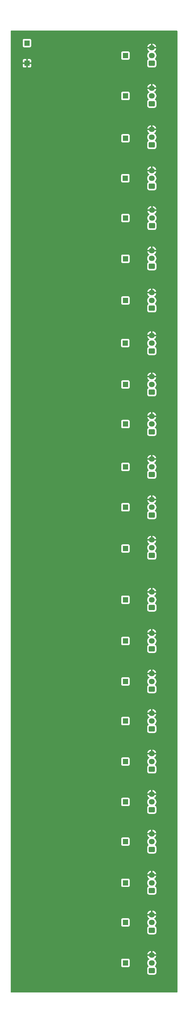
<source format=gbr>
%TF.GenerationSoftware,KiCad,Pcbnew,8.0.1*%
%TF.CreationDate,2024-04-02T05:11:47+03:00*%
%TF.ProjectId,led connectors,6c656420-636f-46e6-9e65-63746f72732e,rev?*%
%TF.SameCoordinates,Original*%
%TF.FileFunction,Copper,L2,Bot*%
%TF.FilePolarity,Positive*%
%FSLAX46Y46*%
G04 Gerber Fmt 4.6, Leading zero omitted, Abs format (unit mm)*
G04 Created by KiCad (PCBNEW 8.0.1) date 2024-04-02 05:11:47*
%MOMM*%
%LPD*%
G01*
G04 APERTURE LIST*
G04 Aperture macros list*
%AMRoundRect*
0 Rectangle with rounded corners*
0 $1 Rounding radius*
0 $2 $3 $4 $5 $6 $7 $8 $9 X,Y pos of 4 corners*
0 Add a 4 corners polygon primitive as box body*
4,1,4,$2,$3,$4,$5,$6,$7,$8,$9,$2,$3,0*
0 Add four circle primitives for the rounded corners*
1,1,$1+$1,$2,$3*
1,1,$1+$1,$4,$5*
1,1,$1+$1,$6,$7*
1,1,$1+$1,$8,$9*
0 Add four rect primitives between the rounded corners*
20,1,$1+$1,$2,$3,$4,$5,0*
20,1,$1+$1,$4,$5,$6,$7,0*
20,1,$1+$1,$6,$7,$8,$9,0*
20,1,$1+$1,$8,$9,$2,$3,0*%
G04 Aperture macros list end*
%TA.AperFunction,ComponentPad*%
%ADD10R,1.700000X1.700000*%
%TD*%
%TA.AperFunction,ComponentPad*%
%ADD11RoundRect,0.250000X0.725000X-0.600000X0.725000X0.600000X-0.725000X0.600000X-0.725000X-0.600000X0*%
%TD*%
%TA.AperFunction,ComponentPad*%
%ADD12O,1.950000X1.700000*%
%TD*%
%TA.AperFunction,ViaPad*%
%ADD13C,1.000000*%
%TD*%
%TA.AperFunction,ViaPad*%
%ADD14C,4.000000*%
%TD*%
G04 APERTURE END LIST*
D10*
%TO.P,J48,1,Pin_1*%
%TO.N,GND*%
X31750000Y-29500000D03*
%TD*%
%TO.P,J1,1,Pin_1*%
%TO.N,+5V*%
X31750000Y-23000000D03*
%TD*%
%TO.P,J33,1,Pin_1*%
%TO.N,/F*%
X63500000Y-267000000D03*
%TD*%
D11*
%TO.P,J47,1,Pin_1*%
%TO.N,+5V*%
X72000000Y-321250000D03*
D12*
%TO.P,J47,2,Pin_2*%
%TO.N,/J*%
X72000000Y-318750000D03*
%TO.P,J47,3,Pin_3*%
%TO.N,GND*%
X72000000Y-316250000D03*
%TD*%
D10*
%TO.P,J31,1,Pin_1*%
%TO.N,/D*%
X63500000Y-241000000D03*
%TD*%
%TO.P,J36,1,Pin_1*%
%TO.N,/I*%
X63500000Y-305750000D03*
%TD*%
%TO.P,J13,1,Pin_1*%
%TO.N,/r10*%
X63500000Y-159250000D03*
%TD*%
%TO.P,J34,1,Pin_1*%
%TO.N,/G*%
X63500000Y-279750000D03*
%TD*%
D11*
%TO.P,J16,1,Pin_1*%
%TO.N,+5V*%
X72000000Y-42500000D03*
D12*
%TO.P,J16,2,Pin_2*%
%TO.N,/r1*%
X72000000Y-40000000D03*
%TO.P,J16,3,Pin_3*%
%TO.N,GND*%
X72000000Y-37500000D03*
%TD*%
D11*
%TO.P,J46,1,Pin_1*%
%TO.N,+5V*%
X72000000Y-308250000D03*
D12*
%TO.P,J46,2,Pin_2*%
%TO.N,/I*%
X72000000Y-305750000D03*
%TO.P,J46,3,Pin_3*%
%TO.N,GND*%
X72000000Y-303250000D03*
%TD*%
D11*
%TO.P,J18,1,Pin_1*%
%TO.N,+5V*%
X72000000Y-69000000D03*
D12*
%TO.P,J18,2,Pin_2*%
%TO.N,/r3*%
X72000000Y-66500000D03*
%TO.P,J18,3,Pin_3*%
%TO.N,GND*%
X72000000Y-64000000D03*
%TD*%
D10*
%TO.P,J12,1,Pin_1*%
%TO.N,/r9*%
X63500000Y-145500000D03*
%TD*%
D11*
%TO.P,J19,1,Pin_1*%
%TO.N,+5V*%
X72050000Y-81750000D03*
D12*
%TO.P,J19,2,Pin_2*%
%TO.N,/r4*%
X72050000Y-79250000D03*
%TO.P,J19,3,Pin_3*%
%TO.N,GND*%
X72050000Y-76750000D03*
%TD*%
D11*
%TO.P,J2,1,Pin_1*%
%TO.N,+5V*%
X72000000Y-29500000D03*
D12*
%TO.P,J2,2,Pin_2*%
%TO.N,/r0*%
X72000000Y-27000000D03*
%TO.P,J2,3,Pin_3*%
%TO.N,GND*%
X72000000Y-24500000D03*
%TD*%
D10*
%TO.P,J6,1,Pin_1*%
%TO.N,/r3*%
X63475000Y-66450000D03*
%TD*%
D11*
%TO.P,J41,1,Pin_1*%
%TO.N,+5V*%
X72000000Y-243500000D03*
D12*
%TO.P,J41,2,Pin_2*%
%TO.N,/D*%
X72000000Y-241000000D03*
%TO.P,J41,3,Pin_3*%
%TO.N,GND*%
X72000000Y-238500000D03*
%TD*%
D11*
%TO.P,J21,1,Pin_1*%
%TO.N,+5V*%
X72000000Y-108250000D03*
D12*
%TO.P,J21,2,Pin_2*%
%TO.N,/r6*%
X72000000Y-105750000D03*
%TO.P,J21,3,Pin_3*%
%TO.N,GND*%
X72000000Y-103250000D03*
%TD*%
D11*
%TO.P,J17,1,Pin_1*%
%TO.N,+5V*%
X72000000Y-55750000D03*
D12*
%TO.P,J17,2,Pin_2*%
%TO.N,/r2*%
X72000000Y-53250000D03*
%TO.P,J17,3,Pin_3*%
%TO.N,GND*%
X72000000Y-50750000D03*
%TD*%
D10*
%TO.P,J7,1,Pin_1*%
%TO.N,/r4*%
X63500000Y-79250000D03*
%TD*%
%TO.P,J5,1,Pin_1*%
%TO.N,/r2*%
X63500000Y-53600000D03*
%TD*%
D11*
%TO.P,J22,1,Pin_1*%
%TO.N,+5V*%
X72000000Y-122000000D03*
D12*
%TO.P,J22,2,Pin_2*%
%TO.N,/r7*%
X72000000Y-119500000D03*
%TO.P,J22,3,Pin_3*%
%TO.N,GND*%
X72000000Y-117000000D03*
%TD*%
D10*
%TO.P,J8,1,Pin_1*%
%TO.N,/r5*%
X63500000Y-92350000D03*
%TD*%
%TO.P,J3,1,Pin_1*%
%TO.N,/r0*%
X63500000Y-27000000D03*
%TD*%
D11*
%TO.P,J26,1,Pin_1*%
%TO.N,+5V*%
X72000000Y-174750000D03*
D12*
%TO.P,J26,2,Pin_2*%
%TO.N,/r11*%
X72000000Y-172250000D03*
%TO.P,J26,3,Pin_3*%
%TO.N,GND*%
X72000000Y-169750000D03*
%TD*%
D10*
%TO.P,J28,1,Pin_1*%
%TO.N,/A*%
X63500000Y-202000000D03*
%TD*%
D11*
%TO.P,J25,1,Pin_1*%
%TO.N,+5V*%
X72000000Y-161750000D03*
D12*
%TO.P,J25,2,Pin_2*%
%TO.N,/r10*%
X72000000Y-159250000D03*
%TO.P,J25,3,Pin_3*%
%TO.N,GND*%
X72000000Y-156750000D03*
%TD*%
D11*
%TO.P,J45,1,Pin_1*%
%TO.N,+5V*%
X72000000Y-295500000D03*
D12*
%TO.P,J45,2,Pin_2*%
%TO.N,/H*%
X72000000Y-293000000D03*
%TO.P,J45,3,Pin_3*%
%TO.N,GND*%
X72000000Y-290500000D03*
%TD*%
D11*
%TO.P,J38,1,Pin_1*%
%TO.N,+5V*%
X72000000Y-204500000D03*
D12*
%TO.P,J38,2,Pin_2*%
%TO.N,/A*%
X72000000Y-202000000D03*
%TO.P,J38,3,Pin_3*%
%TO.N,GND*%
X72000000Y-199500000D03*
%TD*%
D10*
%TO.P,J29,1,Pin_1*%
%TO.N,/B*%
X63500000Y-215250000D03*
%TD*%
%TO.P,J32,1,Pin_1*%
%TO.N,/E*%
X63500000Y-254000000D03*
%TD*%
D11*
%TO.P,J39,1,Pin_1*%
%TO.N,+5V*%
X72000000Y-217750000D03*
D12*
%TO.P,J39,2,Pin_2*%
%TO.N,/B*%
X72000000Y-215250000D03*
%TO.P,J39,3,Pin_3*%
%TO.N,GND*%
X72000000Y-212750000D03*
%TD*%
D10*
%TO.P,J35,1,Pin_1*%
%TO.N,/H*%
X63500000Y-293000000D03*
%TD*%
%TO.P,J14,1,Pin_1*%
%TO.N,/r11*%
X63500000Y-172250000D03*
%TD*%
%TO.P,J9,1,Pin_1*%
%TO.N,/r6*%
X63500000Y-105750000D03*
%TD*%
D11*
%TO.P,J44,1,Pin_1*%
%TO.N,+5V*%
X72000000Y-282250000D03*
D12*
%TO.P,J44,2,Pin_2*%
%TO.N,/G*%
X72000000Y-279750000D03*
%TO.P,J44,3,Pin_3*%
%TO.N,GND*%
X72000000Y-277250000D03*
%TD*%
D10*
%TO.P,J10,1,Pin_1*%
%TO.N,/r7*%
X63450000Y-119450000D03*
%TD*%
D11*
%TO.P,J40,1,Pin_1*%
%TO.N,+5V*%
X72000000Y-230750000D03*
D12*
%TO.P,J40,2,Pin_2*%
%TO.N,/C*%
X72000000Y-228250000D03*
%TO.P,J40,3,Pin_3*%
%TO.N,GND*%
X72000000Y-225750000D03*
%TD*%
D11*
%TO.P,J23,1,Pin_1*%
%TO.N,+5V*%
X72000000Y-135250000D03*
D12*
%TO.P,J23,2,Pin_2*%
%TO.N,/r8*%
X72000000Y-132750000D03*
%TO.P,J23,3,Pin_3*%
%TO.N,GND*%
X72000000Y-130250000D03*
%TD*%
D11*
%TO.P,J43,1,Pin_1*%
%TO.N,+5V*%
X72000000Y-269500000D03*
D12*
%TO.P,J43,2,Pin_2*%
%TO.N,/F*%
X72000000Y-267000000D03*
%TO.P,J43,3,Pin_3*%
%TO.N,GND*%
X72000000Y-264500000D03*
%TD*%
D10*
%TO.P,J11,1,Pin_1*%
%TO.N,/r8*%
X63500000Y-132750000D03*
%TD*%
D11*
%TO.P,J24,1,Pin_1*%
%TO.N,+5V*%
X72000000Y-148000000D03*
D12*
%TO.P,J24,2,Pin_2*%
%TO.N,/r9*%
X72000000Y-145500000D03*
%TO.P,J24,3,Pin_3*%
%TO.N,GND*%
X72000000Y-143000000D03*
%TD*%
D10*
%TO.P,J4,1,Pin_1*%
%TO.N,/r1*%
X63500000Y-40000000D03*
%TD*%
D11*
%TO.P,J42,1,Pin_1*%
%TO.N,+5V*%
X72000000Y-256500000D03*
D12*
%TO.P,J42,2,Pin_2*%
%TO.N,/E*%
X72000000Y-254000000D03*
%TO.P,J42,3,Pin_3*%
%TO.N,GND*%
X72000000Y-251500000D03*
%TD*%
D10*
%TO.P,J37,1,Pin_1*%
%TO.N,/J*%
X63500000Y-318750000D03*
%TD*%
%TO.P,J30,1,Pin_1*%
%TO.N,/C*%
X63500000Y-228250000D03*
%TD*%
D11*
%TO.P,J20,1,Pin_1*%
%TO.N,+5V*%
X72000000Y-94750000D03*
D12*
%TO.P,J20,2,Pin_2*%
%TO.N,/r5*%
X72000000Y-92250000D03*
%TO.P,J20,3,Pin_3*%
%TO.N,GND*%
X72000000Y-89750000D03*
%TD*%
D11*
%TO.P,J27,1,Pin_1*%
%TO.N,+5V*%
X72000000Y-187750000D03*
D12*
%TO.P,J27,2,Pin_2*%
%TO.N,/r12*%
X72000000Y-185250000D03*
%TO.P,J27,3,Pin_3*%
%TO.N,GND*%
X72000000Y-182750000D03*
%TD*%
D10*
%TO.P,J15,1,Pin_1*%
%TO.N,/r12*%
X63500000Y-185500000D03*
%TD*%
D13*
%TO.N,GND*%
X76500000Y-316250000D03*
X76500000Y-303250000D03*
X76500000Y-290500000D03*
X76500000Y-277250000D03*
X76500000Y-264500000D03*
X76500000Y-251500000D03*
X76500000Y-238500000D03*
X76500000Y-225750000D03*
X76500000Y-212750000D03*
X76500000Y-199500000D03*
X76500000Y-182750000D03*
X76500000Y-169750000D03*
X76500000Y-156750000D03*
X76500000Y-143000000D03*
X76500000Y-130250000D03*
X76500000Y-117000000D03*
X76500000Y-103250000D03*
X76500000Y-89750000D03*
X76500000Y-76750000D03*
X76500000Y-64000000D03*
X76500000Y-50750000D03*
X76500000Y-37500000D03*
X76500000Y-24500000D03*
D14*
X37500000Y-29500000D03*
%TD*%
%TA.AperFunction,Conductor*%
%TO.N,GND*%
G36*
X80193039Y-19019685D02*
G01*
X80238794Y-19072489D01*
X80250000Y-19124000D01*
X80250000Y-328126000D01*
X80230315Y-328193039D01*
X80177511Y-328238794D01*
X80126000Y-328250000D01*
X26624000Y-328250000D01*
X26556961Y-328230315D01*
X26511206Y-328177511D01*
X26500000Y-328126000D01*
X26500000Y-321900001D01*
X70524500Y-321900001D01*
X70524501Y-321900018D01*
X70535000Y-322002796D01*
X70535001Y-322002799D01*
X70590185Y-322169331D01*
X70590186Y-322169334D01*
X70682288Y-322318656D01*
X70806344Y-322442712D01*
X70955666Y-322534814D01*
X71122203Y-322589999D01*
X71224991Y-322600500D01*
X72775008Y-322600499D01*
X72877797Y-322589999D01*
X73044334Y-322534814D01*
X73193656Y-322442712D01*
X73317712Y-322318656D01*
X73409814Y-322169334D01*
X73464999Y-322002797D01*
X73475500Y-321900009D01*
X73475499Y-320599992D01*
X73464999Y-320497203D01*
X73409814Y-320330666D01*
X73317712Y-320181344D01*
X73193656Y-320057288D01*
X73044334Y-319965186D01*
X73044333Y-319965185D01*
X73038878Y-319961821D01*
X72992154Y-319909873D01*
X72980931Y-319840910D01*
X73008775Y-319776828D01*
X73016272Y-319768623D01*
X73155104Y-319629792D01*
X73280051Y-319457816D01*
X73376557Y-319268412D01*
X73442246Y-319066243D01*
X73475500Y-318856287D01*
X73475500Y-318643713D01*
X73442246Y-318433757D01*
X73376557Y-318231588D01*
X73280051Y-318042184D01*
X73280049Y-318042181D01*
X73280048Y-318042179D01*
X73155109Y-317870213D01*
X73004790Y-317719894D01*
X73004785Y-317719890D01*
X72839781Y-317600008D01*
X72797115Y-317544678D01*
X72791136Y-317475065D01*
X72823741Y-317413270D01*
X72839781Y-317399371D01*
X73004466Y-317279721D01*
X73154723Y-317129464D01*
X73154727Y-317129459D01*
X73279620Y-316957557D01*
X73376095Y-316768217D01*
X73441757Y-316566129D01*
X73441757Y-316566126D01*
X73452231Y-316500000D01*
X72404146Y-316500000D01*
X72442630Y-316433343D01*
X72475000Y-316312535D01*
X72475000Y-316187465D01*
X72442630Y-316066657D01*
X72404146Y-316000000D01*
X73452231Y-316000000D01*
X73441757Y-315933873D01*
X73441757Y-315933870D01*
X73376095Y-315731782D01*
X73279620Y-315542442D01*
X73154727Y-315370540D01*
X73154723Y-315370535D01*
X73004464Y-315220276D01*
X73004459Y-315220272D01*
X72832557Y-315095379D01*
X72643217Y-314998904D01*
X72441128Y-314933242D01*
X72250000Y-314902969D01*
X72250000Y-315845854D01*
X72183343Y-315807370D01*
X72062535Y-315775000D01*
X71937465Y-315775000D01*
X71816657Y-315807370D01*
X71750000Y-315845854D01*
X71750000Y-314902969D01*
X71558872Y-314933242D01*
X71558869Y-314933242D01*
X71356782Y-314998904D01*
X71167442Y-315095379D01*
X70995540Y-315220272D01*
X70995535Y-315220276D01*
X70845276Y-315370535D01*
X70845272Y-315370540D01*
X70720379Y-315542442D01*
X70623904Y-315731782D01*
X70558242Y-315933870D01*
X70558242Y-315933873D01*
X70547769Y-316000000D01*
X71595854Y-316000000D01*
X71557370Y-316066657D01*
X71525000Y-316187465D01*
X71525000Y-316312535D01*
X71557370Y-316433343D01*
X71595854Y-316500000D01*
X70547769Y-316500000D01*
X70558242Y-316566126D01*
X70558242Y-316566129D01*
X70623904Y-316768217D01*
X70720379Y-316957557D01*
X70845272Y-317129459D01*
X70845276Y-317129464D01*
X70995535Y-317279723D01*
X70995540Y-317279727D01*
X71160218Y-317399372D01*
X71202884Y-317454701D01*
X71208863Y-317524315D01*
X71176258Y-317586110D01*
X71160218Y-317600008D01*
X70995214Y-317719890D01*
X70995209Y-317719894D01*
X70844890Y-317870213D01*
X70719951Y-318042179D01*
X70623444Y-318231585D01*
X70557753Y-318433760D01*
X70524500Y-318643713D01*
X70524500Y-318856286D01*
X70557753Y-319066239D01*
X70623444Y-319268414D01*
X70719951Y-319457820D01*
X70844890Y-319629786D01*
X70983705Y-319768601D01*
X71017190Y-319829924D01*
X71012206Y-319899616D01*
X70970334Y-319955549D01*
X70961121Y-319961821D01*
X70806342Y-320057289D01*
X70682289Y-320181342D01*
X70590187Y-320330663D01*
X70590186Y-320330666D01*
X70535001Y-320497203D01*
X70535001Y-320497204D01*
X70535000Y-320497204D01*
X70524500Y-320599983D01*
X70524500Y-321900001D01*
X26500000Y-321900001D01*
X26500000Y-319647870D01*
X62149500Y-319647870D01*
X62149501Y-319647876D01*
X62155908Y-319707483D01*
X62206202Y-319842328D01*
X62206206Y-319842335D01*
X62292452Y-319957544D01*
X62292455Y-319957547D01*
X62407664Y-320043793D01*
X62407671Y-320043797D01*
X62542517Y-320094091D01*
X62542516Y-320094091D01*
X62549444Y-320094835D01*
X62602127Y-320100500D01*
X64397872Y-320100499D01*
X64457483Y-320094091D01*
X64592331Y-320043796D01*
X64707546Y-319957546D01*
X64793796Y-319842331D01*
X64844091Y-319707483D01*
X64850500Y-319647873D01*
X64850499Y-317852128D01*
X64844091Y-317792517D01*
X64817004Y-317719894D01*
X64793797Y-317657671D01*
X64793793Y-317657664D01*
X64707547Y-317542455D01*
X64707544Y-317542452D01*
X64592335Y-317456206D01*
X64592328Y-317456202D01*
X64457482Y-317405908D01*
X64457483Y-317405908D01*
X64397883Y-317399501D01*
X64397881Y-317399500D01*
X64397873Y-317399500D01*
X64397864Y-317399500D01*
X62602129Y-317399500D01*
X62602123Y-317399501D01*
X62542516Y-317405908D01*
X62407671Y-317456202D01*
X62407664Y-317456206D01*
X62292455Y-317542452D01*
X62292452Y-317542455D01*
X62206206Y-317657664D01*
X62206202Y-317657671D01*
X62155908Y-317792517D01*
X62149501Y-317852116D01*
X62149501Y-317852123D01*
X62149500Y-317852135D01*
X62149500Y-319647870D01*
X26500000Y-319647870D01*
X26500000Y-308900001D01*
X70524500Y-308900001D01*
X70524501Y-308900018D01*
X70535000Y-309002796D01*
X70535001Y-309002799D01*
X70590185Y-309169331D01*
X70590186Y-309169334D01*
X70682288Y-309318656D01*
X70806344Y-309442712D01*
X70955666Y-309534814D01*
X71122203Y-309589999D01*
X71224991Y-309600500D01*
X72775008Y-309600499D01*
X72877797Y-309589999D01*
X73044334Y-309534814D01*
X73193656Y-309442712D01*
X73317712Y-309318656D01*
X73409814Y-309169334D01*
X73464999Y-309002797D01*
X73475500Y-308900009D01*
X73475499Y-307599992D01*
X73464999Y-307497203D01*
X73409814Y-307330666D01*
X73317712Y-307181344D01*
X73193656Y-307057288D01*
X73044334Y-306965186D01*
X73044333Y-306965185D01*
X73038878Y-306961821D01*
X72992154Y-306909873D01*
X72980931Y-306840910D01*
X73008775Y-306776828D01*
X73016272Y-306768623D01*
X73155104Y-306629792D01*
X73280051Y-306457816D01*
X73376557Y-306268412D01*
X73442246Y-306066243D01*
X73475500Y-305856287D01*
X73475500Y-305643713D01*
X73442246Y-305433757D01*
X73376557Y-305231588D01*
X73280051Y-305042184D01*
X73280049Y-305042181D01*
X73280048Y-305042179D01*
X73155109Y-304870213D01*
X73004790Y-304719894D01*
X73004785Y-304719890D01*
X72839781Y-304600008D01*
X72797115Y-304544678D01*
X72791136Y-304475065D01*
X72823741Y-304413270D01*
X72839781Y-304399371D01*
X73004466Y-304279721D01*
X73154723Y-304129464D01*
X73154727Y-304129459D01*
X73279620Y-303957557D01*
X73376095Y-303768217D01*
X73441757Y-303566129D01*
X73441757Y-303566126D01*
X73452231Y-303500000D01*
X72404146Y-303500000D01*
X72442630Y-303433343D01*
X72475000Y-303312535D01*
X72475000Y-303187465D01*
X72442630Y-303066657D01*
X72404146Y-303000000D01*
X73452231Y-303000000D01*
X73441757Y-302933873D01*
X73441757Y-302933870D01*
X73376095Y-302731782D01*
X73279620Y-302542442D01*
X73154727Y-302370540D01*
X73154723Y-302370535D01*
X73004464Y-302220276D01*
X73004459Y-302220272D01*
X72832557Y-302095379D01*
X72643217Y-301998904D01*
X72441128Y-301933242D01*
X72250000Y-301902969D01*
X72250000Y-302845854D01*
X72183343Y-302807370D01*
X72062535Y-302775000D01*
X71937465Y-302775000D01*
X71816657Y-302807370D01*
X71750000Y-302845854D01*
X71750000Y-301902969D01*
X71558872Y-301933242D01*
X71558869Y-301933242D01*
X71356782Y-301998904D01*
X71167442Y-302095379D01*
X70995540Y-302220272D01*
X70995535Y-302220276D01*
X70845276Y-302370535D01*
X70845272Y-302370540D01*
X70720379Y-302542442D01*
X70623904Y-302731782D01*
X70558242Y-302933870D01*
X70558242Y-302933873D01*
X70547769Y-303000000D01*
X71595854Y-303000000D01*
X71557370Y-303066657D01*
X71525000Y-303187465D01*
X71525000Y-303312535D01*
X71557370Y-303433343D01*
X71595854Y-303500000D01*
X70547769Y-303500000D01*
X70558242Y-303566126D01*
X70558242Y-303566129D01*
X70623904Y-303768217D01*
X70720379Y-303957557D01*
X70845272Y-304129459D01*
X70845276Y-304129464D01*
X70995535Y-304279723D01*
X70995540Y-304279727D01*
X71160218Y-304399372D01*
X71202884Y-304454701D01*
X71208863Y-304524315D01*
X71176258Y-304586110D01*
X71160218Y-304600008D01*
X70995214Y-304719890D01*
X70995209Y-304719894D01*
X70844890Y-304870213D01*
X70719951Y-305042179D01*
X70623444Y-305231585D01*
X70557753Y-305433760D01*
X70524500Y-305643713D01*
X70524500Y-305856286D01*
X70557753Y-306066239D01*
X70623444Y-306268414D01*
X70719951Y-306457820D01*
X70844890Y-306629786D01*
X70983705Y-306768601D01*
X71017190Y-306829924D01*
X71012206Y-306899616D01*
X70970334Y-306955549D01*
X70961121Y-306961821D01*
X70806342Y-307057289D01*
X70682289Y-307181342D01*
X70590187Y-307330663D01*
X70590186Y-307330666D01*
X70535001Y-307497203D01*
X70535001Y-307497204D01*
X70535000Y-307497204D01*
X70524500Y-307599983D01*
X70524500Y-308900001D01*
X26500000Y-308900001D01*
X26500000Y-306647870D01*
X62149500Y-306647870D01*
X62149501Y-306647876D01*
X62155908Y-306707483D01*
X62206202Y-306842328D01*
X62206206Y-306842335D01*
X62292452Y-306957544D01*
X62292455Y-306957547D01*
X62407664Y-307043793D01*
X62407671Y-307043797D01*
X62542517Y-307094091D01*
X62542516Y-307094091D01*
X62549444Y-307094835D01*
X62602127Y-307100500D01*
X64397872Y-307100499D01*
X64457483Y-307094091D01*
X64592331Y-307043796D01*
X64707546Y-306957546D01*
X64793796Y-306842331D01*
X64844091Y-306707483D01*
X64850500Y-306647873D01*
X64850499Y-304852128D01*
X64844091Y-304792517D01*
X64817004Y-304719894D01*
X64793797Y-304657671D01*
X64793793Y-304657664D01*
X64707547Y-304542455D01*
X64707544Y-304542452D01*
X64592335Y-304456206D01*
X64592328Y-304456202D01*
X64457482Y-304405908D01*
X64457483Y-304405908D01*
X64397883Y-304399501D01*
X64397881Y-304399500D01*
X64397873Y-304399500D01*
X64397864Y-304399500D01*
X62602129Y-304399500D01*
X62602123Y-304399501D01*
X62542516Y-304405908D01*
X62407671Y-304456202D01*
X62407664Y-304456206D01*
X62292455Y-304542452D01*
X62292452Y-304542455D01*
X62206206Y-304657664D01*
X62206202Y-304657671D01*
X62155908Y-304792517D01*
X62149501Y-304852116D01*
X62149501Y-304852123D01*
X62149500Y-304852135D01*
X62149500Y-306647870D01*
X26500000Y-306647870D01*
X26500000Y-296150001D01*
X70524500Y-296150001D01*
X70524501Y-296150018D01*
X70535000Y-296252796D01*
X70535001Y-296252799D01*
X70590185Y-296419331D01*
X70590186Y-296419334D01*
X70682288Y-296568656D01*
X70806344Y-296692712D01*
X70955666Y-296784814D01*
X71122203Y-296839999D01*
X71224991Y-296850500D01*
X72775008Y-296850499D01*
X72877797Y-296839999D01*
X73044334Y-296784814D01*
X73193656Y-296692712D01*
X73317712Y-296568656D01*
X73409814Y-296419334D01*
X73464999Y-296252797D01*
X73475500Y-296150009D01*
X73475499Y-294849992D01*
X73464999Y-294747203D01*
X73409814Y-294580666D01*
X73317712Y-294431344D01*
X73193656Y-294307288D01*
X73044334Y-294215186D01*
X73044333Y-294215185D01*
X73038878Y-294211821D01*
X72992154Y-294159873D01*
X72980931Y-294090910D01*
X73008775Y-294026828D01*
X73016272Y-294018623D01*
X73155104Y-293879792D01*
X73280051Y-293707816D01*
X73376557Y-293518412D01*
X73442246Y-293316243D01*
X73475500Y-293106287D01*
X73475500Y-292893713D01*
X73442246Y-292683757D01*
X73376557Y-292481588D01*
X73280051Y-292292184D01*
X73280049Y-292292181D01*
X73280048Y-292292179D01*
X73155109Y-292120213D01*
X73004790Y-291969894D01*
X73004785Y-291969890D01*
X72839781Y-291850008D01*
X72797115Y-291794678D01*
X72791136Y-291725065D01*
X72823741Y-291663270D01*
X72839781Y-291649371D01*
X73004466Y-291529721D01*
X73154723Y-291379464D01*
X73154727Y-291379459D01*
X73279620Y-291207557D01*
X73376095Y-291018217D01*
X73441757Y-290816129D01*
X73441757Y-290816126D01*
X73452231Y-290750000D01*
X72404146Y-290750000D01*
X72442630Y-290683343D01*
X72475000Y-290562535D01*
X72475000Y-290437465D01*
X72442630Y-290316657D01*
X72404146Y-290250000D01*
X73452231Y-290250000D01*
X73441757Y-290183873D01*
X73441757Y-290183870D01*
X73376095Y-289981782D01*
X73279620Y-289792442D01*
X73154727Y-289620540D01*
X73154723Y-289620535D01*
X73004464Y-289470276D01*
X73004459Y-289470272D01*
X72832557Y-289345379D01*
X72643217Y-289248904D01*
X72441128Y-289183242D01*
X72250000Y-289152969D01*
X72250000Y-290095854D01*
X72183343Y-290057370D01*
X72062535Y-290025000D01*
X71937465Y-290025000D01*
X71816657Y-290057370D01*
X71750000Y-290095854D01*
X71750000Y-289152969D01*
X71558872Y-289183242D01*
X71558869Y-289183242D01*
X71356782Y-289248904D01*
X71167442Y-289345379D01*
X70995540Y-289470272D01*
X70995535Y-289470276D01*
X70845276Y-289620535D01*
X70845272Y-289620540D01*
X70720379Y-289792442D01*
X70623904Y-289981782D01*
X70558242Y-290183870D01*
X70558242Y-290183873D01*
X70547769Y-290250000D01*
X71595854Y-290250000D01*
X71557370Y-290316657D01*
X71525000Y-290437465D01*
X71525000Y-290562535D01*
X71557370Y-290683343D01*
X71595854Y-290750000D01*
X70547769Y-290750000D01*
X70558242Y-290816126D01*
X70558242Y-290816129D01*
X70623904Y-291018217D01*
X70720379Y-291207557D01*
X70845272Y-291379459D01*
X70845276Y-291379464D01*
X70995535Y-291529723D01*
X70995540Y-291529727D01*
X71160218Y-291649372D01*
X71202884Y-291704701D01*
X71208863Y-291774315D01*
X71176258Y-291836110D01*
X71160218Y-291850008D01*
X70995214Y-291969890D01*
X70995209Y-291969894D01*
X70844890Y-292120213D01*
X70719951Y-292292179D01*
X70623444Y-292481585D01*
X70557753Y-292683760D01*
X70524500Y-292893713D01*
X70524500Y-293106286D01*
X70557753Y-293316239D01*
X70623444Y-293518414D01*
X70719951Y-293707820D01*
X70844890Y-293879786D01*
X70983705Y-294018601D01*
X71017190Y-294079924D01*
X71012206Y-294149616D01*
X70970334Y-294205549D01*
X70961121Y-294211821D01*
X70806342Y-294307289D01*
X70682289Y-294431342D01*
X70590187Y-294580663D01*
X70590186Y-294580666D01*
X70535001Y-294747203D01*
X70535001Y-294747204D01*
X70535000Y-294747204D01*
X70524500Y-294849983D01*
X70524500Y-296150001D01*
X26500000Y-296150001D01*
X26500000Y-293897870D01*
X62149500Y-293897870D01*
X62149501Y-293897876D01*
X62155908Y-293957483D01*
X62206202Y-294092328D01*
X62206206Y-294092335D01*
X62292452Y-294207544D01*
X62292455Y-294207547D01*
X62407664Y-294293793D01*
X62407671Y-294293797D01*
X62542517Y-294344091D01*
X62542516Y-294344091D01*
X62549444Y-294344835D01*
X62602127Y-294350500D01*
X64397872Y-294350499D01*
X64457483Y-294344091D01*
X64592331Y-294293796D01*
X64707546Y-294207546D01*
X64793796Y-294092331D01*
X64844091Y-293957483D01*
X64850500Y-293897873D01*
X64850499Y-292102128D01*
X64844091Y-292042517D01*
X64817004Y-291969894D01*
X64793797Y-291907671D01*
X64793793Y-291907664D01*
X64707547Y-291792455D01*
X64707544Y-291792452D01*
X64592335Y-291706206D01*
X64592328Y-291706202D01*
X64457482Y-291655908D01*
X64457483Y-291655908D01*
X64397883Y-291649501D01*
X64397881Y-291649500D01*
X64397873Y-291649500D01*
X64397864Y-291649500D01*
X62602129Y-291649500D01*
X62602123Y-291649501D01*
X62542516Y-291655908D01*
X62407671Y-291706202D01*
X62407664Y-291706206D01*
X62292455Y-291792452D01*
X62292452Y-291792455D01*
X62206206Y-291907664D01*
X62206202Y-291907671D01*
X62155908Y-292042517D01*
X62149501Y-292102116D01*
X62149501Y-292102123D01*
X62149500Y-292102135D01*
X62149500Y-293897870D01*
X26500000Y-293897870D01*
X26500000Y-282900001D01*
X70524500Y-282900001D01*
X70524501Y-282900018D01*
X70535000Y-283002796D01*
X70535001Y-283002799D01*
X70590185Y-283169331D01*
X70590186Y-283169334D01*
X70682288Y-283318656D01*
X70806344Y-283442712D01*
X70955666Y-283534814D01*
X71122203Y-283589999D01*
X71224991Y-283600500D01*
X72775008Y-283600499D01*
X72877797Y-283589999D01*
X73044334Y-283534814D01*
X73193656Y-283442712D01*
X73317712Y-283318656D01*
X73409814Y-283169334D01*
X73464999Y-283002797D01*
X73475500Y-282900009D01*
X73475499Y-281599992D01*
X73464999Y-281497203D01*
X73409814Y-281330666D01*
X73317712Y-281181344D01*
X73193656Y-281057288D01*
X73044334Y-280965186D01*
X73044333Y-280965185D01*
X73038878Y-280961821D01*
X72992154Y-280909873D01*
X72980931Y-280840910D01*
X73008775Y-280776828D01*
X73016272Y-280768623D01*
X73155104Y-280629792D01*
X73280051Y-280457816D01*
X73376557Y-280268412D01*
X73442246Y-280066243D01*
X73475500Y-279856287D01*
X73475500Y-279643713D01*
X73442246Y-279433757D01*
X73376557Y-279231588D01*
X73280051Y-279042184D01*
X73280049Y-279042181D01*
X73280048Y-279042179D01*
X73155109Y-278870213D01*
X73004790Y-278719894D01*
X73004785Y-278719890D01*
X72839781Y-278600008D01*
X72797115Y-278544678D01*
X72791136Y-278475065D01*
X72823741Y-278413270D01*
X72839781Y-278399371D01*
X73004466Y-278279721D01*
X73154723Y-278129464D01*
X73154727Y-278129459D01*
X73279620Y-277957557D01*
X73376095Y-277768217D01*
X73441757Y-277566129D01*
X73441757Y-277566126D01*
X73452231Y-277500000D01*
X72404146Y-277500000D01*
X72442630Y-277433343D01*
X72475000Y-277312535D01*
X72475000Y-277187465D01*
X72442630Y-277066657D01*
X72404146Y-277000000D01*
X73452231Y-277000000D01*
X73441757Y-276933873D01*
X73441757Y-276933870D01*
X73376095Y-276731782D01*
X73279620Y-276542442D01*
X73154727Y-276370540D01*
X73154723Y-276370535D01*
X73004464Y-276220276D01*
X73004459Y-276220272D01*
X72832557Y-276095379D01*
X72643217Y-275998904D01*
X72441128Y-275933242D01*
X72250000Y-275902969D01*
X72250000Y-276845854D01*
X72183343Y-276807370D01*
X72062535Y-276775000D01*
X71937465Y-276775000D01*
X71816657Y-276807370D01*
X71750000Y-276845854D01*
X71750000Y-275902969D01*
X71558872Y-275933242D01*
X71558869Y-275933242D01*
X71356782Y-275998904D01*
X71167442Y-276095379D01*
X70995540Y-276220272D01*
X70995535Y-276220276D01*
X70845276Y-276370535D01*
X70845272Y-276370540D01*
X70720379Y-276542442D01*
X70623904Y-276731782D01*
X70558242Y-276933870D01*
X70558242Y-276933873D01*
X70547769Y-277000000D01*
X71595854Y-277000000D01*
X71557370Y-277066657D01*
X71525000Y-277187465D01*
X71525000Y-277312535D01*
X71557370Y-277433343D01*
X71595854Y-277500000D01*
X70547769Y-277500000D01*
X70558242Y-277566126D01*
X70558242Y-277566129D01*
X70623904Y-277768217D01*
X70720379Y-277957557D01*
X70845272Y-278129459D01*
X70845276Y-278129464D01*
X70995535Y-278279723D01*
X70995540Y-278279727D01*
X71160218Y-278399372D01*
X71202884Y-278454701D01*
X71208863Y-278524315D01*
X71176258Y-278586110D01*
X71160218Y-278600008D01*
X70995214Y-278719890D01*
X70995209Y-278719894D01*
X70844890Y-278870213D01*
X70719951Y-279042179D01*
X70623444Y-279231585D01*
X70557753Y-279433760D01*
X70524500Y-279643713D01*
X70524500Y-279856286D01*
X70557753Y-280066239D01*
X70623444Y-280268414D01*
X70719951Y-280457820D01*
X70844890Y-280629786D01*
X70983705Y-280768601D01*
X71017190Y-280829924D01*
X71012206Y-280899616D01*
X70970334Y-280955549D01*
X70961121Y-280961821D01*
X70806342Y-281057289D01*
X70682289Y-281181342D01*
X70590187Y-281330663D01*
X70590186Y-281330666D01*
X70535001Y-281497203D01*
X70535001Y-281497204D01*
X70535000Y-281497204D01*
X70524500Y-281599983D01*
X70524500Y-282900001D01*
X26500000Y-282900001D01*
X26500000Y-280647870D01*
X62149500Y-280647870D01*
X62149501Y-280647876D01*
X62155908Y-280707483D01*
X62206202Y-280842328D01*
X62206206Y-280842335D01*
X62292452Y-280957544D01*
X62292455Y-280957547D01*
X62407664Y-281043793D01*
X62407671Y-281043797D01*
X62542517Y-281094091D01*
X62542516Y-281094091D01*
X62549444Y-281094835D01*
X62602127Y-281100500D01*
X64397872Y-281100499D01*
X64457483Y-281094091D01*
X64592331Y-281043796D01*
X64707546Y-280957546D01*
X64793796Y-280842331D01*
X64844091Y-280707483D01*
X64850500Y-280647873D01*
X64850499Y-278852128D01*
X64844091Y-278792517D01*
X64817004Y-278719894D01*
X64793797Y-278657671D01*
X64793793Y-278657664D01*
X64707547Y-278542455D01*
X64707544Y-278542452D01*
X64592335Y-278456206D01*
X64592328Y-278456202D01*
X64457482Y-278405908D01*
X64457483Y-278405908D01*
X64397883Y-278399501D01*
X64397881Y-278399500D01*
X64397873Y-278399500D01*
X64397864Y-278399500D01*
X62602129Y-278399500D01*
X62602123Y-278399501D01*
X62542516Y-278405908D01*
X62407671Y-278456202D01*
X62407664Y-278456206D01*
X62292455Y-278542452D01*
X62292452Y-278542455D01*
X62206206Y-278657664D01*
X62206202Y-278657671D01*
X62155908Y-278792517D01*
X62149501Y-278852116D01*
X62149501Y-278852123D01*
X62149500Y-278852135D01*
X62149500Y-280647870D01*
X26500000Y-280647870D01*
X26500000Y-270150001D01*
X70524500Y-270150001D01*
X70524501Y-270150018D01*
X70535000Y-270252796D01*
X70535001Y-270252799D01*
X70590185Y-270419331D01*
X70590186Y-270419334D01*
X70682288Y-270568656D01*
X70806344Y-270692712D01*
X70955666Y-270784814D01*
X71122203Y-270839999D01*
X71224991Y-270850500D01*
X72775008Y-270850499D01*
X72877797Y-270839999D01*
X73044334Y-270784814D01*
X73193656Y-270692712D01*
X73317712Y-270568656D01*
X73409814Y-270419334D01*
X73464999Y-270252797D01*
X73475500Y-270150009D01*
X73475499Y-268849992D01*
X73464999Y-268747203D01*
X73409814Y-268580666D01*
X73317712Y-268431344D01*
X73193656Y-268307288D01*
X73044334Y-268215186D01*
X73044333Y-268215185D01*
X73038878Y-268211821D01*
X72992154Y-268159873D01*
X72980931Y-268090910D01*
X73008775Y-268026828D01*
X73016272Y-268018623D01*
X73155104Y-267879792D01*
X73280051Y-267707816D01*
X73376557Y-267518412D01*
X73442246Y-267316243D01*
X73475500Y-267106287D01*
X73475500Y-266893713D01*
X73442246Y-266683757D01*
X73376557Y-266481588D01*
X73280051Y-266292184D01*
X73280049Y-266292181D01*
X73280048Y-266292179D01*
X73155109Y-266120213D01*
X73004790Y-265969894D01*
X73004785Y-265969890D01*
X72839781Y-265850008D01*
X72797115Y-265794678D01*
X72791136Y-265725065D01*
X72823741Y-265663270D01*
X72839781Y-265649371D01*
X73004466Y-265529721D01*
X73154723Y-265379464D01*
X73154727Y-265379459D01*
X73279620Y-265207557D01*
X73376095Y-265018217D01*
X73441757Y-264816129D01*
X73441757Y-264816126D01*
X73452231Y-264750000D01*
X72404146Y-264750000D01*
X72442630Y-264683343D01*
X72475000Y-264562535D01*
X72475000Y-264437465D01*
X72442630Y-264316657D01*
X72404146Y-264250000D01*
X73452231Y-264250000D01*
X73441757Y-264183873D01*
X73441757Y-264183870D01*
X73376095Y-263981782D01*
X73279620Y-263792442D01*
X73154727Y-263620540D01*
X73154723Y-263620535D01*
X73004464Y-263470276D01*
X73004459Y-263470272D01*
X72832557Y-263345379D01*
X72643217Y-263248904D01*
X72441128Y-263183242D01*
X72250000Y-263152969D01*
X72250000Y-264095854D01*
X72183343Y-264057370D01*
X72062535Y-264025000D01*
X71937465Y-264025000D01*
X71816657Y-264057370D01*
X71750000Y-264095854D01*
X71750000Y-263152969D01*
X71558872Y-263183242D01*
X71558869Y-263183242D01*
X71356782Y-263248904D01*
X71167442Y-263345379D01*
X70995540Y-263470272D01*
X70995535Y-263470276D01*
X70845276Y-263620535D01*
X70845272Y-263620540D01*
X70720379Y-263792442D01*
X70623904Y-263981782D01*
X70558242Y-264183870D01*
X70558242Y-264183873D01*
X70547769Y-264250000D01*
X71595854Y-264250000D01*
X71557370Y-264316657D01*
X71525000Y-264437465D01*
X71525000Y-264562535D01*
X71557370Y-264683343D01*
X71595854Y-264750000D01*
X70547769Y-264750000D01*
X70558242Y-264816126D01*
X70558242Y-264816129D01*
X70623904Y-265018217D01*
X70720379Y-265207557D01*
X70845272Y-265379459D01*
X70845276Y-265379464D01*
X70995535Y-265529723D01*
X70995540Y-265529727D01*
X71160218Y-265649372D01*
X71202884Y-265704701D01*
X71208863Y-265774315D01*
X71176258Y-265836110D01*
X71160218Y-265850008D01*
X70995214Y-265969890D01*
X70995209Y-265969894D01*
X70844890Y-266120213D01*
X70719951Y-266292179D01*
X70623444Y-266481585D01*
X70557753Y-266683760D01*
X70524500Y-266893713D01*
X70524500Y-267106286D01*
X70557753Y-267316239D01*
X70623444Y-267518414D01*
X70719951Y-267707820D01*
X70844890Y-267879786D01*
X70983705Y-268018601D01*
X71017190Y-268079924D01*
X71012206Y-268149616D01*
X70970334Y-268205549D01*
X70961121Y-268211821D01*
X70806342Y-268307289D01*
X70682289Y-268431342D01*
X70590187Y-268580663D01*
X70590186Y-268580666D01*
X70535001Y-268747203D01*
X70535001Y-268747204D01*
X70535000Y-268747204D01*
X70524500Y-268849983D01*
X70524500Y-270150001D01*
X26500000Y-270150001D01*
X26500000Y-267897870D01*
X62149500Y-267897870D01*
X62149501Y-267897876D01*
X62155908Y-267957483D01*
X62206202Y-268092328D01*
X62206206Y-268092335D01*
X62292452Y-268207544D01*
X62292455Y-268207547D01*
X62407664Y-268293793D01*
X62407671Y-268293797D01*
X62542517Y-268344091D01*
X62542516Y-268344091D01*
X62549444Y-268344835D01*
X62602127Y-268350500D01*
X64397872Y-268350499D01*
X64457483Y-268344091D01*
X64592331Y-268293796D01*
X64707546Y-268207546D01*
X64793796Y-268092331D01*
X64844091Y-267957483D01*
X64850500Y-267897873D01*
X64850499Y-266102128D01*
X64844091Y-266042517D01*
X64817004Y-265969894D01*
X64793797Y-265907671D01*
X64793793Y-265907664D01*
X64707547Y-265792455D01*
X64707544Y-265792452D01*
X64592335Y-265706206D01*
X64592328Y-265706202D01*
X64457482Y-265655908D01*
X64457483Y-265655908D01*
X64397883Y-265649501D01*
X64397881Y-265649500D01*
X64397873Y-265649500D01*
X64397864Y-265649500D01*
X62602129Y-265649500D01*
X62602123Y-265649501D01*
X62542516Y-265655908D01*
X62407671Y-265706202D01*
X62407664Y-265706206D01*
X62292455Y-265792452D01*
X62292452Y-265792455D01*
X62206206Y-265907664D01*
X62206202Y-265907671D01*
X62155908Y-266042517D01*
X62149501Y-266102116D01*
X62149501Y-266102123D01*
X62149500Y-266102135D01*
X62149500Y-267897870D01*
X26500000Y-267897870D01*
X26500000Y-257150001D01*
X70524500Y-257150001D01*
X70524501Y-257150018D01*
X70535000Y-257252796D01*
X70535001Y-257252799D01*
X70590185Y-257419331D01*
X70590186Y-257419334D01*
X70682288Y-257568656D01*
X70806344Y-257692712D01*
X70955666Y-257784814D01*
X71122203Y-257839999D01*
X71224991Y-257850500D01*
X72775008Y-257850499D01*
X72877797Y-257839999D01*
X73044334Y-257784814D01*
X73193656Y-257692712D01*
X73317712Y-257568656D01*
X73409814Y-257419334D01*
X73464999Y-257252797D01*
X73475500Y-257150009D01*
X73475499Y-255849992D01*
X73464999Y-255747203D01*
X73409814Y-255580666D01*
X73317712Y-255431344D01*
X73193656Y-255307288D01*
X73044334Y-255215186D01*
X73044333Y-255215185D01*
X73038878Y-255211821D01*
X72992154Y-255159873D01*
X72980931Y-255090910D01*
X73008775Y-255026828D01*
X73016272Y-255018623D01*
X73155104Y-254879792D01*
X73280051Y-254707816D01*
X73376557Y-254518412D01*
X73442246Y-254316243D01*
X73475500Y-254106287D01*
X73475500Y-253893713D01*
X73442246Y-253683757D01*
X73376557Y-253481588D01*
X73280051Y-253292184D01*
X73280049Y-253292181D01*
X73280048Y-253292179D01*
X73155109Y-253120213D01*
X73004790Y-252969894D01*
X73004785Y-252969890D01*
X72839781Y-252850008D01*
X72797115Y-252794678D01*
X72791136Y-252725065D01*
X72823741Y-252663270D01*
X72839781Y-252649371D01*
X73004466Y-252529721D01*
X73154723Y-252379464D01*
X73154727Y-252379459D01*
X73279620Y-252207557D01*
X73376095Y-252018217D01*
X73441757Y-251816129D01*
X73441757Y-251816126D01*
X73452231Y-251750000D01*
X72404146Y-251750000D01*
X72442630Y-251683343D01*
X72475000Y-251562535D01*
X72475000Y-251437465D01*
X72442630Y-251316657D01*
X72404146Y-251250000D01*
X73452231Y-251250000D01*
X73441757Y-251183873D01*
X73441757Y-251183870D01*
X73376095Y-250981782D01*
X73279620Y-250792442D01*
X73154727Y-250620540D01*
X73154723Y-250620535D01*
X73004464Y-250470276D01*
X73004459Y-250470272D01*
X72832557Y-250345379D01*
X72643217Y-250248904D01*
X72441128Y-250183242D01*
X72250000Y-250152969D01*
X72250000Y-251095854D01*
X72183343Y-251057370D01*
X72062535Y-251025000D01*
X71937465Y-251025000D01*
X71816657Y-251057370D01*
X71750000Y-251095854D01*
X71750000Y-250152969D01*
X71558872Y-250183242D01*
X71558869Y-250183242D01*
X71356782Y-250248904D01*
X71167442Y-250345379D01*
X70995540Y-250470272D01*
X70995535Y-250470276D01*
X70845276Y-250620535D01*
X70845272Y-250620540D01*
X70720379Y-250792442D01*
X70623904Y-250981782D01*
X70558242Y-251183870D01*
X70558242Y-251183873D01*
X70547769Y-251250000D01*
X71595854Y-251250000D01*
X71557370Y-251316657D01*
X71525000Y-251437465D01*
X71525000Y-251562535D01*
X71557370Y-251683343D01*
X71595854Y-251750000D01*
X70547769Y-251750000D01*
X70558242Y-251816126D01*
X70558242Y-251816129D01*
X70623904Y-252018217D01*
X70720379Y-252207557D01*
X70845272Y-252379459D01*
X70845276Y-252379464D01*
X70995535Y-252529723D01*
X70995540Y-252529727D01*
X71160218Y-252649372D01*
X71202884Y-252704701D01*
X71208863Y-252774315D01*
X71176258Y-252836110D01*
X71160218Y-252850008D01*
X70995214Y-252969890D01*
X70995209Y-252969894D01*
X70844890Y-253120213D01*
X70719951Y-253292179D01*
X70623444Y-253481585D01*
X70557753Y-253683760D01*
X70524500Y-253893713D01*
X70524500Y-254106286D01*
X70557753Y-254316239D01*
X70623444Y-254518414D01*
X70719951Y-254707820D01*
X70844890Y-254879786D01*
X70983705Y-255018601D01*
X71017190Y-255079924D01*
X71012206Y-255149616D01*
X70970334Y-255205549D01*
X70961121Y-255211821D01*
X70806342Y-255307289D01*
X70682289Y-255431342D01*
X70590187Y-255580663D01*
X70590186Y-255580666D01*
X70535001Y-255747203D01*
X70535001Y-255747204D01*
X70535000Y-255747204D01*
X70524500Y-255849983D01*
X70524500Y-257150001D01*
X26500000Y-257150001D01*
X26500000Y-254897870D01*
X62149500Y-254897870D01*
X62149501Y-254897876D01*
X62155908Y-254957483D01*
X62206202Y-255092328D01*
X62206206Y-255092335D01*
X62292452Y-255207544D01*
X62292455Y-255207547D01*
X62407664Y-255293793D01*
X62407671Y-255293797D01*
X62542517Y-255344091D01*
X62542516Y-255344091D01*
X62549444Y-255344835D01*
X62602127Y-255350500D01*
X64397872Y-255350499D01*
X64457483Y-255344091D01*
X64592331Y-255293796D01*
X64707546Y-255207546D01*
X64793796Y-255092331D01*
X64844091Y-254957483D01*
X64850500Y-254897873D01*
X64850499Y-253102128D01*
X64844091Y-253042517D01*
X64817004Y-252969894D01*
X64793797Y-252907671D01*
X64793793Y-252907664D01*
X64707547Y-252792455D01*
X64707544Y-252792452D01*
X64592335Y-252706206D01*
X64592328Y-252706202D01*
X64457482Y-252655908D01*
X64457483Y-252655908D01*
X64397883Y-252649501D01*
X64397881Y-252649500D01*
X64397873Y-252649500D01*
X64397864Y-252649500D01*
X62602129Y-252649500D01*
X62602123Y-252649501D01*
X62542516Y-252655908D01*
X62407671Y-252706202D01*
X62407664Y-252706206D01*
X62292455Y-252792452D01*
X62292452Y-252792455D01*
X62206206Y-252907664D01*
X62206202Y-252907671D01*
X62155908Y-253042517D01*
X62149501Y-253102116D01*
X62149501Y-253102123D01*
X62149500Y-253102135D01*
X62149500Y-254897870D01*
X26500000Y-254897870D01*
X26500000Y-244150001D01*
X70524500Y-244150001D01*
X70524501Y-244150018D01*
X70535000Y-244252796D01*
X70535001Y-244252799D01*
X70590185Y-244419331D01*
X70590186Y-244419334D01*
X70682288Y-244568656D01*
X70806344Y-244692712D01*
X70955666Y-244784814D01*
X71122203Y-244839999D01*
X71224991Y-244850500D01*
X72775008Y-244850499D01*
X72877797Y-244839999D01*
X73044334Y-244784814D01*
X73193656Y-244692712D01*
X73317712Y-244568656D01*
X73409814Y-244419334D01*
X73464999Y-244252797D01*
X73475500Y-244150009D01*
X73475499Y-242849992D01*
X73464999Y-242747203D01*
X73409814Y-242580666D01*
X73317712Y-242431344D01*
X73193656Y-242307288D01*
X73044334Y-242215186D01*
X73044333Y-242215185D01*
X73038878Y-242211821D01*
X72992154Y-242159873D01*
X72980931Y-242090910D01*
X73008775Y-242026828D01*
X73016272Y-242018623D01*
X73155104Y-241879792D01*
X73280051Y-241707816D01*
X73376557Y-241518412D01*
X73442246Y-241316243D01*
X73475500Y-241106287D01*
X73475500Y-240893713D01*
X73442246Y-240683757D01*
X73376557Y-240481588D01*
X73280051Y-240292184D01*
X73280049Y-240292181D01*
X73280048Y-240292179D01*
X73155109Y-240120213D01*
X73004790Y-239969894D01*
X73004785Y-239969890D01*
X72839781Y-239850008D01*
X72797115Y-239794678D01*
X72791136Y-239725065D01*
X72823741Y-239663270D01*
X72839781Y-239649371D01*
X73004466Y-239529721D01*
X73154723Y-239379464D01*
X73154727Y-239379459D01*
X73279620Y-239207557D01*
X73376095Y-239018217D01*
X73441757Y-238816129D01*
X73441757Y-238816126D01*
X73452231Y-238750000D01*
X72404146Y-238750000D01*
X72442630Y-238683343D01*
X72475000Y-238562535D01*
X72475000Y-238437465D01*
X72442630Y-238316657D01*
X72404146Y-238250000D01*
X73452231Y-238250000D01*
X73441757Y-238183873D01*
X73441757Y-238183870D01*
X73376095Y-237981782D01*
X73279620Y-237792442D01*
X73154727Y-237620540D01*
X73154723Y-237620535D01*
X73004464Y-237470276D01*
X73004459Y-237470272D01*
X72832557Y-237345379D01*
X72643217Y-237248904D01*
X72441128Y-237183242D01*
X72250000Y-237152969D01*
X72250000Y-238095854D01*
X72183343Y-238057370D01*
X72062535Y-238025000D01*
X71937465Y-238025000D01*
X71816657Y-238057370D01*
X71750000Y-238095854D01*
X71750000Y-237152969D01*
X71558872Y-237183242D01*
X71558869Y-237183242D01*
X71356782Y-237248904D01*
X71167442Y-237345379D01*
X70995540Y-237470272D01*
X70995535Y-237470276D01*
X70845276Y-237620535D01*
X70845272Y-237620540D01*
X70720379Y-237792442D01*
X70623904Y-237981782D01*
X70558242Y-238183870D01*
X70558242Y-238183873D01*
X70547769Y-238250000D01*
X71595854Y-238250000D01*
X71557370Y-238316657D01*
X71525000Y-238437465D01*
X71525000Y-238562535D01*
X71557370Y-238683343D01*
X71595854Y-238750000D01*
X70547769Y-238750000D01*
X70558242Y-238816126D01*
X70558242Y-238816129D01*
X70623904Y-239018217D01*
X70720379Y-239207557D01*
X70845272Y-239379459D01*
X70845276Y-239379464D01*
X70995535Y-239529723D01*
X70995540Y-239529727D01*
X71160218Y-239649372D01*
X71202884Y-239704701D01*
X71208863Y-239774315D01*
X71176258Y-239836110D01*
X71160218Y-239850008D01*
X70995214Y-239969890D01*
X70995209Y-239969894D01*
X70844890Y-240120213D01*
X70719951Y-240292179D01*
X70623444Y-240481585D01*
X70557753Y-240683760D01*
X70524500Y-240893713D01*
X70524500Y-241106286D01*
X70557753Y-241316239D01*
X70623444Y-241518414D01*
X70719951Y-241707820D01*
X70844890Y-241879786D01*
X70983705Y-242018601D01*
X71017190Y-242079924D01*
X71012206Y-242149616D01*
X70970334Y-242205549D01*
X70961121Y-242211821D01*
X70806342Y-242307289D01*
X70682289Y-242431342D01*
X70590187Y-242580663D01*
X70590186Y-242580666D01*
X70535001Y-242747203D01*
X70535001Y-242747204D01*
X70535000Y-242747204D01*
X70524500Y-242849983D01*
X70524500Y-244150001D01*
X26500000Y-244150001D01*
X26500000Y-241897870D01*
X62149500Y-241897870D01*
X62149501Y-241897876D01*
X62155908Y-241957483D01*
X62206202Y-242092328D01*
X62206206Y-242092335D01*
X62292452Y-242207544D01*
X62292455Y-242207547D01*
X62407664Y-242293793D01*
X62407671Y-242293797D01*
X62542517Y-242344091D01*
X62542516Y-242344091D01*
X62549444Y-242344835D01*
X62602127Y-242350500D01*
X64397872Y-242350499D01*
X64457483Y-242344091D01*
X64592331Y-242293796D01*
X64707546Y-242207546D01*
X64793796Y-242092331D01*
X64844091Y-241957483D01*
X64850500Y-241897873D01*
X64850499Y-240102128D01*
X64844091Y-240042517D01*
X64817004Y-239969894D01*
X64793797Y-239907671D01*
X64793793Y-239907664D01*
X64707547Y-239792455D01*
X64707544Y-239792452D01*
X64592335Y-239706206D01*
X64592328Y-239706202D01*
X64457482Y-239655908D01*
X64457483Y-239655908D01*
X64397883Y-239649501D01*
X64397881Y-239649500D01*
X64397873Y-239649500D01*
X64397864Y-239649500D01*
X62602129Y-239649500D01*
X62602123Y-239649501D01*
X62542516Y-239655908D01*
X62407671Y-239706202D01*
X62407664Y-239706206D01*
X62292455Y-239792452D01*
X62292452Y-239792455D01*
X62206206Y-239907664D01*
X62206202Y-239907671D01*
X62155908Y-240042517D01*
X62149501Y-240102116D01*
X62149501Y-240102123D01*
X62149500Y-240102135D01*
X62149500Y-241897870D01*
X26500000Y-241897870D01*
X26500000Y-231400001D01*
X70524500Y-231400001D01*
X70524501Y-231400018D01*
X70535000Y-231502796D01*
X70535001Y-231502799D01*
X70590185Y-231669331D01*
X70590186Y-231669334D01*
X70682288Y-231818656D01*
X70806344Y-231942712D01*
X70955666Y-232034814D01*
X71122203Y-232089999D01*
X71224991Y-232100500D01*
X72775008Y-232100499D01*
X72877797Y-232089999D01*
X73044334Y-232034814D01*
X73193656Y-231942712D01*
X73317712Y-231818656D01*
X73409814Y-231669334D01*
X73464999Y-231502797D01*
X73475500Y-231400009D01*
X73475499Y-230099992D01*
X73464999Y-229997203D01*
X73409814Y-229830666D01*
X73317712Y-229681344D01*
X73193656Y-229557288D01*
X73044334Y-229465186D01*
X73044333Y-229465185D01*
X73038878Y-229461821D01*
X72992154Y-229409873D01*
X72980931Y-229340910D01*
X73008775Y-229276828D01*
X73016272Y-229268623D01*
X73155104Y-229129792D01*
X73280051Y-228957816D01*
X73376557Y-228768412D01*
X73442246Y-228566243D01*
X73475500Y-228356287D01*
X73475500Y-228143713D01*
X73442246Y-227933757D01*
X73376557Y-227731588D01*
X73280051Y-227542184D01*
X73280049Y-227542181D01*
X73280048Y-227542179D01*
X73155109Y-227370213D01*
X73004790Y-227219894D01*
X73004785Y-227219890D01*
X72839781Y-227100008D01*
X72797115Y-227044678D01*
X72791136Y-226975065D01*
X72823741Y-226913270D01*
X72839781Y-226899371D01*
X73004466Y-226779721D01*
X73154723Y-226629464D01*
X73154727Y-226629459D01*
X73279620Y-226457557D01*
X73376095Y-226268217D01*
X73441757Y-226066129D01*
X73441757Y-226066126D01*
X73452231Y-226000000D01*
X72404146Y-226000000D01*
X72442630Y-225933343D01*
X72475000Y-225812535D01*
X72475000Y-225687465D01*
X72442630Y-225566657D01*
X72404146Y-225500000D01*
X73452231Y-225500000D01*
X73441757Y-225433873D01*
X73441757Y-225433870D01*
X73376095Y-225231782D01*
X73279620Y-225042442D01*
X73154727Y-224870540D01*
X73154723Y-224870535D01*
X73004464Y-224720276D01*
X73004459Y-224720272D01*
X72832557Y-224595379D01*
X72643217Y-224498904D01*
X72441128Y-224433242D01*
X72250000Y-224402969D01*
X72250000Y-225345854D01*
X72183343Y-225307370D01*
X72062535Y-225275000D01*
X71937465Y-225275000D01*
X71816657Y-225307370D01*
X71750000Y-225345854D01*
X71750000Y-224402969D01*
X71558872Y-224433242D01*
X71558869Y-224433242D01*
X71356782Y-224498904D01*
X71167442Y-224595379D01*
X70995540Y-224720272D01*
X70995535Y-224720276D01*
X70845276Y-224870535D01*
X70845272Y-224870540D01*
X70720379Y-225042442D01*
X70623904Y-225231782D01*
X70558242Y-225433870D01*
X70558242Y-225433873D01*
X70547769Y-225500000D01*
X71595854Y-225500000D01*
X71557370Y-225566657D01*
X71525000Y-225687465D01*
X71525000Y-225812535D01*
X71557370Y-225933343D01*
X71595854Y-226000000D01*
X70547769Y-226000000D01*
X70558242Y-226066126D01*
X70558242Y-226066129D01*
X70623904Y-226268217D01*
X70720379Y-226457557D01*
X70845272Y-226629459D01*
X70845276Y-226629464D01*
X70995535Y-226779723D01*
X70995540Y-226779727D01*
X71160218Y-226899372D01*
X71202884Y-226954701D01*
X71208863Y-227024315D01*
X71176258Y-227086110D01*
X71160218Y-227100008D01*
X70995214Y-227219890D01*
X70995209Y-227219894D01*
X70844890Y-227370213D01*
X70719951Y-227542179D01*
X70623444Y-227731585D01*
X70557753Y-227933760D01*
X70524500Y-228143713D01*
X70524500Y-228356286D01*
X70557753Y-228566239D01*
X70623444Y-228768414D01*
X70719951Y-228957820D01*
X70844890Y-229129786D01*
X70983705Y-229268601D01*
X71017190Y-229329924D01*
X71012206Y-229399616D01*
X70970334Y-229455549D01*
X70961121Y-229461821D01*
X70806342Y-229557289D01*
X70682289Y-229681342D01*
X70590187Y-229830663D01*
X70590186Y-229830666D01*
X70535001Y-229997203D01*
X70535001Y-229997204D01*
X70535000Y-229997204D01*
X70524500Y-230099983D01*
X70524500Y-231400001D01*
X26500000Y-231400001D01*
X26500000Y-229147870D01*
X62149500Y-229147870D01*
X62149501Y-229147876D01*
X62155908Y-229207483D01*
X62206202Y-229342328D01*
X62206206Y-229342335D01*
X62292452Y-229457544D01*
X62292455Y-229457547D01*
X62407664Y-229543793D01*
X62407671Y-229543797D01*
X62542517Y-229594091D01*
X62542516Y-229594091D01*
X62549444Y-229594835D01*
X62602127Y-229600500D01*
X64397872Y-229600499D01*
X64457483Y-229594091D01*
X64592331Y-229543796D01*
X64707546Y-229457546D01*
X64793796Y-229342331D01*
X64844091Y-229207483D01*
X64850500Y-229147873D01*
X64850499Y-227352128D01*
X64844091Y-227292517D01*
X64817004Y-227219894D01*
X64793797Y-227157671D01*
X64793793Y-227157664D01*
X64707547Y-227042455D01*
X64707544Y-227042452D01*
X64592335Y-226956206D01*
X64592328Y-226956202D01*
X64457482Y-226905908D01*
X64457483Y-226905908D01*
X64397883Y-226899501D01*
X64397881Y-226899500D01*
X64397873Y-226899500D01*
X64397864Y-226899500D01*
X62602129Y-226899500D01*
X62602123Y-226899501D01*
X62542516Y-226905908D01*
X62407671Y-226956202D01*
X62407664Y-226956206D01*
X62292455Y-227042452D01*
X62292452Y-227042455D01*
X62206206Y-227157664D01*
X62206202Y-227157671D01*
X62155908Y-227292517D01*
X62149501Y-227352116D01*
X62149501Y-227352123D01*
X62149500Y-227352135D01*
X62149500Y-229147870D01*
X26500000Y-229147870D01*
X26500000Y-218400001D01*
X70524500Y-218400001D01*
X70524501Y-218400018D01*
X70535000Y-218502796D01*
X70535001Y-218502799D01*
X70590185Y-218669331D01*
X70590186Y-218669334D01*
X70682288Y-218818656D01*
X70806344Y-218942712D01*
X70955666Y-219034814D01*
X71122203Y-219089999D01*
X71224991Y-219100500D01*
X72775008Y-219100499D01*
X72877797Y-219089999D01*
X73044334Y-219034814D01*
X73193656Y-218942712D01*
X73317712Y-218818656D01*
X73409814Y-218669334D01*
X73464999Y-218502797D01*
X73475500Y-218400009D01*
X73475499Y-217099992D01*
X73464999Y-216997203D01*
X73409814Y-216830666D01*
X73317712Y-216681344D01*
X73193656Y-216557288D01*
X73044334Y-216465186D01*
X73044333Y-216465185D01*
X73038878Y-216461821D01*
X72992154Y-216409873D01*
X72980931Y-216340910D01*
X73008775Y-216276828D01*
X73016272Y-216268623D01*
X73155104Y-216129792D01*
X73280051Y-215957816D01*
X73376557Y-215768412D01*
X73442246Y-215566243D01*
X73475500Y-215356287D01*
X73475500Y-215143713D01*
X73442246Y-214933757D01*
X73376557Y-214731588D01*
X73280051Y-214542184D01*
X73280049Y-214542181D01*
X73280048Y-214542179D01*
X73155109Y-214370213D01*
X73004790Y-214219894D01*
X73004785Y-214219890D01*
X72839781Y-214100008D01*
X72797115Y-214044678D01*
X72791136Y-213975065D01*
X72823741Y-213913270D01*
X72839781Y-213899371D01*
X73004466Y-213779721D01*
X73154723Y-213629464D01*
X73154727Y-213629459D01*
X73279620Y-213457557D01*
X73376095Y-213268217D01*
X73441757Y-213066129D01*
X73441757Y-213066126D01*
X73452231Y-213000000D01*
X72404146Y-213000000D01*
X72442630Y-212933343D01*
X72475000Y-212812535D01*
X72475000Y-212687465D01*
X72442630Y-212566657D01*
X72404146Y-212500000D01*
X73452231Y-212500000D01*
X73441757Y-212433873D01*
X73441757Y-212433870D01*
X73376095Y-212231782D01*
X73279620Y-212042442D01*
X73154727Y-211870540D01*
X73154723Y-211870535D01*
X73004464Y-211720276D01*
X73004459Y-211720272D01*
X72832557Y-211595379D01*
X72643217Y-211498904D01*
X72441128Y-211433242D01*
X72250000Y-211402969D01*
X72250000Y-212345854D01*
X72183343Y-212307370D01*
X72062535Y-212275000D01*
X71937465Y-212275000D01*
X71816657Y-212307370D01*
X71750000Y-212345854D01*
X71750000Y-211402969D01*
X71558872Y-211433242D01*
X71558869Y-211433242D01*
X71356782Y-211498904D01*
X71167442Y-211595379D01*
X70995540Y-211720272D01*
X70995535Y-211720276D01*
X70845276Y-211870535D01*
X70845272Y-211870540D01*
X70720379Y-212042442D01*
X70623904Y-212231782D01*
X70558242Y-212433870D01*
X70558242Y-212433873D01*
X70547769Y-212500000D01*
X71595854Y-212500000D01*
X71557370Y-212566657D01*
X71525000Y-212687465D01*
X71525000Y-212812535D01*
X71557370Y-212933343D01*
X71595854Y-213000000D01*
X70547769Y-213000000D01*
X70558242Y-213066126D01*
X70558242Y-213066129D01*
X70623904Y-213268217D01*
X70720379Y-213457557D01*
X70845272Y-213629459D01*
X70845276Y-213629464D01*
X70995535Y-213779723D01*
X70995540Y-213779727D01*
X71160218Y-213899372D01*
X71202884Y-213954701D01*
X71208863Y-214024315D01*
X71176258Y-214086110D01*
X71160218Y-214100008D01*
X70995214Y-214219890D01*
X70995209Y-214219894D01*
X70844890Y-214370213D01*
X70719951Y-214542179D01*
X70623444Y-214731585D01*
X70557753Y-214933760D01*
X70524500Y-215143713D01*
X70524500Y-215356286D01*
X70557753Y-215566239D01*
X70623444Y-215768414D01*
X70719951Y-215957820D01*
X70844890Y-216129786D01*
X70983705Y-216268601D01*
X71017190Y-216329924D01*
X71012206Y-216399616D01*
X70970334Y-216455549D01*
X70961121Y-216461821D01*
X70806342Y-216557289D01*
X70682289Y-216681342D01*
X70590187Y-216830663D01*
X70590186Y-216830666D01*
X70535001Y-216997203D01*
X70535001Y-216997204D01*
X70535000Y-216997204D01*
X70524500Y-217099983D01*
X70524500Y-218400001D01*
X26500000Y-218400001D01*
X26500000Y-216147870D01*
X62149500Y-216147870D01*
X62149501Y-216147876D01*
X62155908Y-216207483D01*
X62206202Y-216342328D01*
X62206206Y-216342335D01*
X62292452Y-216457544D01*
X62292455Y-216457547D01*
X62407664Y-216543793D01*
X62407671Y-216543797D01*
X62542517Y-216594091D01*
X62542516Y-216594091D01*
X62549444Y-216594835D01*
X62602127Y-216600500D01*
X64397872Y-216600499D01*
X64457483Y-216594091D01*
X64592331Y-216543796D01*
X64707546Y-216457546D01*
X64793796Y-216342331D01*
X64844091Y-216207483D01*
X64850500Y-216147873D01*
X64850499Y-214352128D01*
X64844091Y-214292517D01*
X64817004Y-214219894D01*
X64793797Y-214157671D01*
X64793793Y-214157664D01*
X64707547Y-214042455D01*
X64707544Y-214042452D01*
X64592335Y-213956206D01*
X64592328Y-213956202D01*
X64457482Y-213905908D01*
X64457483Y-213905908D01*
X64397883Y-213899501D01*
X64397881Y-213899500D01*
X64397873Y-213899500D01*
X64397864Y-213899500D01*
X62602129Y-213899500D01*
X62602123Y-213899501D01*
X62542516Y-213905908D01*
X62407671Y-213956202D01*
X62407664Y-213956206D01*
X62292455Y-214042452D01*
X62292452Y-214042455D01*
X62206206Y-214157664D01*
X62206202Y-214157671D01*
X62155908Y-214292517D01*
X62149501Y-214352116D01*
X62149501Y-214352123D01*
X62149500Y-214352135D01*
X62149500Y-216147870D01*
X26500000Y-216147870D01*
X26500000Y-205150001D01*
X70524500Y-205150001D01*
X70524501Y-205150018D01*
X70535000Y-205252796D01*
X70535001Y-205252799D01*
X70590185Y-205419331D01*
X70590186Y-205419334D01*
X70682288Y-205568656D01*
X70806344Y-205692712D01*
X70955666Y-205784814D01*
X71122203Y-205839999D01*
X71224991Y-205850500D01*
X72775008Y-205850499D01*
X72877797Y-205839999D01*
X73044334Y-205784814D01*
X73193656Y-205692712D01*
X73317712Y-205568656D01*
X73409814Y-205419334D01*
X73464999Y-205252797D01*
X73475500Y-205150009D01*
X73475499Y-203849992D01*
X73464999Y-203747203D01*
X73409814Y-203580666D01*
X73317712Y-203431344D01*
X73193656Y-203307288D01*
X73044334Y-203215186D01*
X73044333Y-203215185D01*
X73038878Y-203211821D01*
X72992154Y-203159873D01*
X72980931Y-203090910D01*
X73008775Y-203026828D01*
X73016272Y-203018623D01*
X73155104Y-202879792D01*
X73280051Y-202707816D01*
X73376557Y-202518412D01*
X73442246Y-202316243D01*
X73475500Y-202106287D01*
X73475500Y-201893713D01*
X73442246Y-201683757D01*
X73376557Y-201481588D01*
X73280051Y-201292184D01*
X73280049Y-201292181D01*
X73280048Y-201292179D01*
X73155109Y-201120213D01*
X73004790Y-200969894D01*
X73004785Y-200969890D01*
X72839781Y-200850008D01*
X72797115Y-200794678D01*
X72791136Y-200725065D01*
X72823741Y-200663270D01*
X72839781Y-200649371D01*
X73004466Y-200529721D01*
X73154723Y-200379464D01*
X73154727Y-200379459D01*
X73279620Y-200207557D01*
X73376095Y-200018217D01*
X73441757Y-199816129D01*
X73441757Y-199816126D01*
X73452231Y-199750000D01*
X72404146Y-199750000D01*
X72442630Y-199683343D01*
X72475000Y-199562535D01*
X72475000Y-199437465D01*
X72442630Y-199316657D01*
X72404146Y-199250000D01*
X73452231Y-199250000D01*
X73441757Y-199183873D01*
X73441757Y-199183870D01*
X73376095Y-198981782D01*
X73279620Y-198792442D01*
X73154727Y-198620540D01*
X73154723Y-198620535D01*
X73004464Y-198470276D01*
X73004459Y-198470272D01*
X72832557Y-198345379D01*
X72643217Y-198248904D01*
X72441128Y-198183242D01*
X72250000Y-198152969D01*
X72250000Y-199095854D01*
X72183343Y-199057370D01*
X72062535Y-199025000D01*
X71937465Y-199025000D01*
X71816657Y-199057370D01*
X71750000Y-199095854D01*
X71750000Y-198152969D01*
X71558872Y-198183242D01*
X71558869Y-198183242D01*
X71356782Y-198248904D01*
X71167442Y-198345379D01*
X70995540Y-198470272D01*
X70995535Y-198470276D01*
X70845276Y-198620535D01*
X70845272Y-198620540D01*
X70720379Y-198792442D01*
X70623904Y-198981782D01*
X70558242Y-199183870D01*
X70558242Y-199183873D01*
X70547769Y-199250000D01*
X71595854Y-199250000D01*
X71557370Y-199316657D01*
X71525000Y-199437465D01*
X71525000Y-199562535D01*
X71557370Y-199683343D01*
X71595854Y-199750000D01*
X70547769Y-199750000D01*
X70558242Y-199816126D01*
X70558242Y-199816129D01*
X70623904Y-200018217D01*
X70720379Y-200207557D01*
X70845272Y-200379459D01*
X70845276Y-200379464D01*
X70995535Y-200529723D01*
X70995540Y-200529727D01*
X71160218Y-200649372D01*
X71202884Y-200704701D01*
X71208863Y-200774315D01*
X71176258Y-200836110D01*
X71160218Y-200850008D01*
X70995214Y-200969890D01*
X70995209Y-200969894D01*
X70844890Y-201120213D01*
X70719951Y-201292179D01*
X70623444Y-201481585D01*
X70557753Y-201683760D01*
X70524500Y-201893713D01*
X70524500Y-202106286D01*
X70557753Y-202316239D01*
X70623444Y-202518414D01*
X70719951Y-202707820D01*
X70844890Y-202879786D01*
X70983705Y-203018601D01*
X71017190Y-203079924D01*
X71012206Y-203149616D01*
X70970334Y-203205549D01*
X70961121Y-203211821D01*
X70806342Y-203307289D01*
X70682289Y-203431342D01*
X70590187Y-203580663D01*
X70590186Y-203580666D01*
X70535001Y-203747203D01*
X70535001Y-203747204D01*
X70535000Y-203747204D01*
X70524500Y-203849983D01*
X70524500Y-205150001D01*
X26500000Y-205150001D01*
X26500000Y-202897870D01*
X62149500Y-202897870D01*
X62149501Y-202897876D01*
X62155908Y-202957483D01*
X62206202Y-203092328D01*
X62206206Y-203092335D01*
X62292452Y-203207544D01*
X62292455Y-203207547D01*
X62407664Y-203293793D01*
X62407671Y-203293797D01*
X62542517Y-203344091D01*
X62542516Y-203344091D01*
X62549444Y-203344835D01*
X62602127Y-203350500D01*
X64397872Y-203350499D01*
X64457483Y-203344091D01*
X64592331Y-203293796D01*
X64707546Y-203207546D01*
X64793796Y-203092331D01*
X64844091Y-202957483D01*
X64850500Y-202897873D01*
X64850499Y-201102128D01*
X64844091Y-201042517D01*
X64817004Y-200969894D01*
X64793797Y-200907671D01*
X64793793Y-200907664D01*
X64707547Y-200792455D01*
X64707544Y-200792452D01*
X64592335Y-200706206D01*
X64592328Y-200706202D01*
X64457482Y-200655908D01*
X64457483Y-200655908D01*
X64397883Y-200649501D01*
X64397881Y-200649500D01*
X64397873Y-200649500D01*
X64397864Y-200649500D01*
X62602129Y-200649500D01*
X62602123Y-200649501D01*
X62542516Y-200655908D01*
X62407671Y-200706202D01*
X62407664Y-200706206D01*
X62292455Y-200792452D01*
X62292452Y-200792455D01*
X62206206Y-200907664D01*
X62206202Y-200907671D01*
X62155908Y-201042517D01*
X62149501Y-201102116D01*
X62149501Y-201102123D01*
X62149500Y-201102135D01*
X62149500Y-202897870D01*
X26500000Y-202897870D01*
X26500000Y-188400001D01*
X70524500Y-188400001D01*
X70524501Y-188400018D01*
X70535000Y-188502796D01*
X70535001Y-188502799D01*
X70590185Y-188669331D01*
X70590186Y-188669334D01*
X70682288Y-188818656D01*
X70806344Y-188942712D01*
X70955666Y-189034814D01*
X71122203Y-189089999D01*
X71224991Y-189100500D01*
X72775008Y-189100499D01*
X72877797Y-189089999D01*
X73044334Y-189034814D01*
X73193656Y-188942712D01*
X73317712Y-188818656D01*
X73409814Y-188669334D01*
X73464999Y-188502797D01*
X73475500Y-188400009D01*
X73475499Y-187099992D01*
X73464999Y-186997203D01*
X73409814Y-186830666D01*
X73317712Y-186681344D01*
X73193656Y-186557288D01*
X73044334Y-186465186D01*
X73044333Y-186465185D01*
X73038878Y-186461821D01*
X72992154Y-186409873D01*
X72980931Y-186340910D01*
X73008775Y-186276828D01*
X73016272Y-186268623D01*
X73155104Y-186129792D01*
X73280051Y-185957816D01*
X73376557Y-185768412D01*
X73442246Y-185566243D01*
X73475500Y-185356287D01*
X73475500Y-185143713D01*
X73442246Y-184933757D01*
X73376557Y-184731588D01*
X73280051Y-184542184D01*
X73280049Y-184542181D01*
X73280048Y-184542179D01*
X73155109Y-184370213D01*
X73004790Y-184219894D01*
X73004785Y-184219890D01*
X72839781Y-184100008D01*
X72797115Y-184044678D01*
X72791136Y-183975065D01*
X72823741Y-183913270D01*
X72839781Y-183899371D01*
X73004466Y-183779721D01*
X73154723Y-183629464D01*
X73154727Y-183629459D01*
X73279620Y-183457557D01*
X73376095Y-183268217D01*
X73441757Y-183066129D01*
X73441757Y-183066126D01*
X73452231Y-183000000D01*
X72404146Y-183000000D01*
X72442630Y-182933343D01*
X72475000Y-182812535D01*
X72475000Y-182687465D01*
X72442630Y-182566657D01*
X72404146Y-182500000D01*
X73452231Y-182500000D01*
X73441757Y-182433873D01*
X73441757Y-182433870D01*
X73376095Y-182231782D01*
X73279620Y-182042442D01*
X73154727Y-181870540D01*
X73154723Y-181870535D01*
X73004464Y-181720276D01*
X73004459Y-181720272D01*
X72832557Y-181595379D01*
X72643217Y-181498904D01*
X72441128Y-181433242D01*
X72250000Y-181402969D01*
X72250000Y-182345854D01*
X72183343Y-182307370D01*
X72062535Y-182275000D01*
X71937465Y-182275000D01*
X71816657Y-182307370D01*
X71750000Y-182345854D01*
X71750000Y-181402969D01*
X71558872Y-181433242D01*
X71558869Y-181433242D01*
X71356782Y-181498904D01*
X71167442Y-181595379D01*
X70995540Y-181720272D01*
X70995535Y-181720276D01*
X70845276Y-181870535D01*
X70845272Y-181870540D01*
X70720379Y-182042442D01*
X70623904Y-182231782D01*
X70558242Y-182433870D01*
X70558242Y-182433873D01*
X70547769Y-182500000D01*
X71595854Y-182500000D01*
X71557370Y-182566657D01*
X71525000Y-182687465D01*
X71525000Y-182812535D01*
X71557370Y-182933343D01*
X71595854Y-183000000D01*
X70547769Y-183000000D01*
X70558242Y-183066126D01*
X70558242Y-183066129D01*
X70623904Y-183268217D01*
X70720379Y-183457557D01*
X70845272Y-183629459D01*
X70845276Y-183629464D01*
X70995535Y-183779723D01*
X70995540Y-183779727D01*
X71160218Y-183899372D01*
X71202884Y-183954701D01*
X71208863Y-184024315D01*
X71176258Y-184086110D01*
X71160218Y-184100008D01*
X70995214Y-184219890D01*
X70995209Y-184219894D01*
X70844890Y-184370213D01*
X70719951Y-184542179D01*
X70623444Y-184731585D01*
X70557753Y-184933760D01*
X70524500Y-185143713D01*
X70524500Y-185356286D01*
X70557753Y-185566239D01*
X70623444Y-185768414D01*
X70719951Y-185957820D01*
X70844890Y-186129786D01*
X70983705Y-186268601D01*
X71017190Y-186329924D01*
X71012206Y-186399616D01*
X70970334Y-186455549D01*
X70961121Y-186461821D01*
X70806342Y-186557289D01*
X70682289Y-186681342D01*
X70590187Y-186830663D01*
X70590185Y-186830668D01*
X70562349Y-186914670D01*
X70535001Y-186997203D01*
X70535001Y-186997204D01*
X70535000Y-186997204D01*
X70524500Y-187099983D01*
X70524500Y-188400001D01*
X26500000Y-188400001D01*
X26500000Y-186397870D01*
X62149500Y-186397870D01*
X62149501Y-186397876D01*
X62155908Y-186457483D01*
X62206202Y-186592328D01*
X62206206Y-186592335D01*
X62292452Y-186707544D01*
X62292455Y-186707547D01*
X62407664Y-186793793D01*
X62407671Y-186793797D01*
X62542517Y-186844091D01*
X62542516Y-186844091D01*
X62549444Y-186844835D01*
X62602127Y-186850500D01*
X64397872Y-186850499D01*
X64457483Y-186844091D01*
X64592331Y-186793796D01*
X64707546Y-186707546D01*
X64793796Y-186592331D01*
X64844091Y-186457483D01*
X64850500Y-186397873D01*
X64850499Y-184602128D01*
X64844091Y-184542517D01*
X64793796Y-184407669D01*
X64793795Y-184407668D01*
X64793793Y-184407664D01*
X64707547Y-184292455D01*
X64707544Y-184292452D01*
X64592335Y-184206206D01*
X64592328Y-184206202D01*
X64457482Y-184155908D01*
X64457483Y-184155908D01*
X64397883Y-184149501D01*
X64397881Y-184149500D01*
X64397873Y-184149500D01*
X64397864Y-184149500D01*
X62602129Y-184149500D01*
X62602123Y-184149501D01*
X62542516Y-184155908D01*
X62407671Y-184206202D01*
X62407664Y-184206206D01*
X62292455Y-184292452D01*
X62292452Y-184292455D01*
X62206206Y-184407664D01*
X62206202Y-184407671D01*
X62155908Y-184542517D01*
X62149501Y-184602116D01*
X62149501Y-184602123D01*
X62149500Y-184602135D01*
X62149500Y-186397870D01*
X26500000Y-186397870D01*
X26500000Y-175400001D01*
X70524500Y-175400001D01*
X70524501Y-175400018D01*
X70535000Y-175502796D01*
X70535001Y-175502799D01*
X70590185Y-175669331D01*
X70590186Y-175669334D01*
X70682288Y-175818656D01*
X70806344Y-175942712D01*
X70955666Y-176034814D01*
X71122203Y-176089999D01*
X71224991Y-176100500D01*
X72775008Y-176100499D01*
X72877797Y-176089999D01*
X73044334Y-176034814D01*
X73193656Y-175942712D01*
X73317712Y-175818656D01*
X73409814Y-175669334D01*
X73464999Y-175502797D01*
X73475500Y-175400009D01*
X73475499Y-174099992D01*
X73464999Y-173997203D01*
X73409814Y-173830666D01*
X73317712Y-173681344D01*
X73193656Y-173557288D01*
X73044334Y-173465186D01*
X73044333Y-173465185D01*
X73038878Y-173461821D01*
X72992154Y-173409873D01*
X72980931Y-173340910D01*
X73008775Y-173276828D01*
X73016272Y-173268623D01*
X73155104Y-173129792D01*
X73280051Y-172957816D01*
X73376557Y-172768412D01*
X73442246Y-172566243D01*
X73475500Y-172356287D01*
X73475500Y-172143713D01*
X73442246Y-171933757D01*
X73376557Y-171731588D01*
X73280051Y-171542184D01*
X73280049Y-171542181D01*
X73280048Y-171542179D01*
X73155109Y-171370213D01*
X73004790Y-171219894D01*
X73004785Y-171219890D01*
X72839781Y-171100008D01*
X72797115Y-171044678D01*
X72791136Y-170975065D01*
X72823741Y-170913270D01*
X72839781Y-170899371D01*
X73004466Y-170779721D01*
X73154723Y-170629464D01*
X73154727Y-170629459D01*
X73279620Y-170457557D01*
X73376095Y-170268217D01*
X73441757Y-170066129D01*
X73441757Y-170066126D01*
X73452231Y-170000000D01*
X72404146Y-170000000D01*
X72442630Y-169933343D01*
X72475000Y-169812535D01*
X72475000Y-169687465D01*
X72442630Y-169566657D01*
X72404146Y-169500000D01*
X73452231Y-169500000D01*
X73441757Y-169433873D01*
X73441757Y-169433870D01*
X73376095Y-169231782D01*
X73279620Y-169042442D01*
X73154727Y-168870540D01*
X73154723Y-168870535D01*
X73004464Y-168720276D01*
X73004459Y-168720272D01*
X72832557Y-168595379D01*
X72643217Y-168498904D01*
X72441128Y-168433242D01*
X72250000Y-168402969D01*
X72250000Y-169345854D01*
X72183343Y-169307370D01*
X72062535Y-169275000D01*
X71937465Y-169275000D01*
X71816657Y-169307370D01*
X71750000Y-169345854D01*
X71750000Y-168402969D01*
X71558872Y-168433242D01*
X71558869Y-168433242D01*
X71356782Y-168498904D01*
X71167442Y-168595379D01*
X70995540Y-168720272D01*
X70995535Y-168720276D01*
X70845276Y-168870535D01*
X70845272Y-168870540D01*
X70720379Y-169042442D01*
X70623904Y-169231782D01*
X70558242Y-169433870D01*
X70558242Y-169433873D01*
X70547769Y-169500000D01*
X71595854Y-169500000D01*
X71557370Y-169566657D01*
X71525000Y-169687465D01*
X71525000Y-169812535D01*
X71557370Y-169933343D01*
X71595854Y-170000000D01*
X70547769Y-170000000D01*
X70558242Y-170066126D01*
X70558242Y-170066129D01*
X70623904Y-170268217D01*
X70720379Y-170457557D01*
X70845272Y-170629459D01*
X70845276Y-170629464D01*
X70995535Y-170779723D01*
X70995540Y-170779727D01*
X71160218Y-170899372D01*
X71202884Y-170954701D01*
X71208863Y-171024315D01*
X71176258Y-171086110D01*
X71160218Y-171100008D01*
X70995214Y-171219890D01*
X70995209Y-171219894D01*
X70844890Y-171370213D01*
X70719951Y-171542179D01*
X70623444Y-171731585D01*
X70557753Y-171933760D01*
X70524500Y-172143713D01*
X70524500Y-172356286D01*
X70557753Y-172566239D01*
X70623444Y-172768414D01*
X70719951Y-172957820D01*
X70844890Y-173129786D01*
X70983705Y-173268601D01*
X71017190Y-173329924D01*
X71012206Y-173399616D01*
X70970334Y-173455549D01*
X70961121Y-173461821D01*
X70806342Y-173557289D01*
X70682289Y-173681342D01*
X70590187Y-173830663D01*
X70590186Y-173830666D01*
X70535001Y-173997203D01*
X70535001Y-173997204D01*
X70535000Y-173997204D01*
X70524500Y-174099983D01*
X70524500Y-175400001D01*
X26500000Y-175400001D01*
X26500000Y-173147870D01*
X62149500Y-173147870D01*
X62149501Y-173147876D01*
X62155908Y-173207483D01*
X62206202Y-173342328D01*
X62206206Y-173342335D01*
X62292452Y-173457544D01*
X62292455Y-173457547D01*
X62407664Y-173543793D01*
X62407671Y-173543797D01*
X62542517Y-173594091D01*
X62542516Y-173594091D01*
X62549444Y-173594835D01*
X62602127Y-173600500D01*
X64397872Y-173600499D01*
X64457483Y-173594091D01*
X64592331Y-173543796D01*
X64707546Y-173457546D01*
X64793796Y-173342331D01*
X64844091Y-173207483D01*
X64850500Y-173147873D01*
X64850499Y-171352128D01*
X64844091Y-171292517D01*
X64817004Y-171219894D01*
X64793797Y-171157671D01*
X64793793Y-171157664D01*
X64707547Y-171042455D01*
X64707544Y-171042452D01*
X64592335Y-170956206D01*
X64592328Y-170956202D01*
X64457482Y-170905908D01*
X64457483Y-170905908D01*
X64397883Y-170899501D01*
X64397881Y-170899500D01*
X64397873Y-170899500D01*
X64397864Y-170899500D01*
X62602129Y-170899500D01*
X62602123Y-170899501D01*
X62542516Y-170905908D01*
X62407671Y-170956202D01*
X62407664Y-170956206D01*
X62292455Y-171042452D01*
X62292452Y-171042455D01*
X62206206Y-171157664D01*
X62206202Y-171157671D01*
X62155908Y-171292517D01*
X62149501Y-171352116D01*
X62149501Y-171352123D01*
X62149500Y-171352135D01*
X62149500Y-173147870D01*
X26500000Y-173147870D01*
X26500000Y-162400001D01*
X70524500Y-162400001D01*
X70524501Y-162400018D01*
X70535000Y-162502796D01*
X70535001Y-162502799D01*
X70590185Y-162669331D01*
X70590186Y-162669334D01*
X70682288Y-162818656D01*
X70806344Y-162942712D01*
X70955666Y-163034814D01*
X71122203Y-163089999D01*
X71224991Y-163100500D01*
X72775008Y-163100499D01*
X72877797Y-163089999D01*
X73044334Y-163034814D01*
X73193656Y-162942712D01*
X73317712Y-162818656D01*
X73409814Y-162669334D01*
X73464999Y-162502797D01*
X73475500Y-162400009D01*
X73475499Y-161099992D01*
X73464999Y-160997203D01*
X73409814Y-160830666D01*
X73317712Y-160681344D01*
X73193656Y-160557288D01*
X73044334Y-160465186D01*
X73044333Y-160465185D01*
X73038878Y-160461821D01*
X72992154Y-160409873D01*
X72980931Y-160340910D01*
X73008775Y-160276828D01*
X73016272Y-160268623D01*
X73155104Y-160129792D01*
X73280051Y-159957816D01*
X73376557Y-159768412D01*
X73442246Y-159566243D01*
X73475500Y-159356287D01*
X73475500Y-159143713D01*
X73442246Y-158933757D01*
X73376557Y-158731588D01*
X73280051Y-158542184D01*
X73280049Y-158542181D01*
X73280048Y-158542179D01*
X73155109Y-158370213D01*
X73004790Y-158219894D01*
X73004785Y-158219890D01*
X72839781Y-158100008D01*
X72797115Y-158044678D01*
X72791136Y-157975065D01*
X72823741Y-157913270D01*
X72839781Y-157899371D01*
X73004466Y-157779721D01*
X73154723Y-157629464D01*
X73154727Y-157629459D01*
X73279620Y-157457557D01*
X73376095Y-157268217D01*
X73441757Y-157066129D01*
X73441757Y-157066126D01*
X73452231Y-157000000D01*
X72404146Y-157000000D01*
X72442630Y-156933343D01*
X72475000Y-156812535D01*
X72475000Y-156687465D01*
X72442630Y-156566657D01*
X72404146Y-156500000D01*
X73452231Y-156500000D01*
X73441757Y-156433873D01*
X73441757Y-156433870D01*
X73376095Y-156231782D01*
X73279620Y-156042442D01*
X73154727Y-155870540D01*
X73154723Y-155870535D01*
X73004464Y-155720276D01*
X73004459Y-155720272D01*
X72832557Y-155595379D01*
X72643217Y-155498904D01*
X72441128Y-155433242D01*
X72250000Y-155402969D01*
X72250000Y-156345854D01*
X72183343Y-156307370D01*
X72062535Y-156275000D01*
X71937465Y-156275000D01*
X71816657Y-156307370D01*
X71750000Y-156345854D01*
X71750000Y-155402969D01*
X71558872Y-155433242D01*
X71558869Y-155433242D01*
X71356782Y-155498904D01*
X71167442Y-155595379D01*
X70995540Y-155720272D01*
X70995535Y-155720276D01*
X70845276Y-155870535D01*
X70845272Y-155870540D01*
X70720379Y-156042442D01*
X70623904Y-156231782D01*
X70558242Y-156433870D01*
X70558242Y-156433873D01*
X70547769Y-156500000D01*
X71595854Y-156500000D01*
X71557370Y-156566657D01*
X71525000Y-156687465D01*
X71525000Y-156812535D01*
X71557370Y-156933343D01*
X71595854Y-157000000D01*
X70547769Y-157000000D01*
X70558242Y-157066126D01*
X70558242Y-157066129D01*
X70623904Y-157268217D01*
X70720379Y-157457557D01*
X70845272Y-157629459D01*
X70845276Y-157629464D01*
X70995535Y-157779723D01*
X70995540Y-157779727D01*
X71160218Y-157899372D01*
X71202884Y-157954701D01*
X71208863Y-158024315D01*
X71176258Y-158086110D01*
X71160218Y-158100008D01*
X70995214Y-158219890D01*
X70995209Y-158219894D01*
X70844890Y-158370213D01*
X70719951Y-158542179D01*
X70623444Y-158731585D01*
X70557753Y-158933760D01*
X70524500Y-159143713D01*
X70524500Y-159356286D01*
X70557753Y-159566239D01*
X70623444Y-159768414D01*
X70719951Y-159957820D01*
X70844890Y-160129786D01*
X70983705Y-160268601D01*
X71017190Y-160329924D01*
X71012206Y-160399616D01*
X70970334Y-160455549D01*
X70961121Y-160461821D01*
X70806342Y-160557289D01*
X70682289Y-160681342D01*
X70590187Y-160830663D01*
X70590186Y-160830666D01*
X70535001Y-160997203D01*
X70535001Y-160997204D01*
X70535000Y-160997204D01*
X70524500Y-161099983D01*
X70524500Y-162400001D01*
X26500000Y-162400001D01*
X26500000Y-160147870D01*
X62149500Y-160147870D01*
X62149501Y-160147876D01*
X62155908Y-160207483D01*
X62206202Y-160342328D01*
X62206206Y-160342335D01*
X62292452Y-160457544D01*
X62292455Y-160457547D01*
X62407664Y-160543793D01*
X62407671Y-160543797D01*
X62542517Y-160594091D01*
X62542516Y-160594091D01*
X62549444Y-160594835D01*
X62602127Y-160600500D01*
X64397872Y-160600499D01*
X64457483Y-160594091D01*
X64592331Y-160543796D01*
X64707546Y-160457546D01*
X64793796Y-160342331D01*
X64844091Y-160207483D01*
X64850500Y-160147873D01*
X64850499Y-158352128D01*
X64844091Y-158292517D01*
X64817004Y-158219894D01*
X64793797Y-158157671D01*
X64793793Y-158157664D01*
X64707547Y-158042455D01*
X64707544Y-158042452D01*
X64592335Y-157956206D01*
X64592328Y-157956202D01*
X64457482Y-157905908D01*
X64457483Y-157905908D01*
X64397883Y-157899501D01*
X64397881Y-157899500D01*
X64397873Y-157899500D01*
X64397864Y-157899500D01*
X62602129Y-157899500D01*
X62602123Y-157899501D01*
X62542516Y-157905908D01*
X62407671Y-157956202D01*
X62407664Y-157956206D01*
X62292455Y-158042452D01*
X62292452Y-158042455D01*
X62206206Y-158157664D01*
X62206202Y-158157671D01*
X62155908Y-158292517D01*
X62149501Y-158352116D01*
X62149501Y-158352123D01*
X62149500Y-158352135D01*
X62149500Y-160147870D01*
X26500000Y-160147870D01*
X26500000Y-148650001D01*
X70524500Y-148650001D01*
X70524501Y-148650018D01*
X70535000Y-148752796D01*
X70535001Y-148752799D01*
X70590185Y-148919331D01*
X70590186Y-148919334D01*
X70682288Y-149068656D01*
X70806344Y-149192712D01*
X70955666Y-149284814D01*
X71122203Y-149339999D01*
X71224991Y-149350500D01*
X72775008Y-149350499D01*
X72877797Y-149339999D01*
X73044334Y-149284814D01*
X73193656Y-149192712D01*
X73317712Y-149068656D01*
X73409814Y-148919334D01*
X73464999Y-148752797D01*
X73475500Y-148650009D01*
X73475499Y-147349992D01*
X73464999Y-147247203D01*
X73409814Y-147080666D01*
X73317712Y-146931344D01*
X73193656Y-146807288D01*
X73044334Y-146715186D01*
X73044333Y-146715185D01*
X73038878Y-146711821D01*
X72992154Y-146659873D01*
X72980931Y-146590910D01*
X73008775Y-146526828D01*
X73016272Y-146518623D01*
X73155104Y-146379792D01*
X73280051Y-146207816D01*
X73376557Y-146018412D01*
X73442246Y-145816243D01*
X73475500Y-145606287D01*
X73475500Y-145393713D01*
X73442246Y-145183757D01*
X73376557Y-144981588D01*
X73280051Y-144792184D01*
X73280049Y-144792181D01*
X73280048Y-144792179D01*
X73155109Y-144620213D01*
X73004790Y-144469894D01*
X73004785Y-144469890D01*
X72839781Y-144350008D01*
X72797115Y-144294678D01*
X72791136Y-144225065D01*
X72823741Y-144163270D01*
X72839781Y-144149371D01*
X73004466Y-144029721D01*
X73154723Y-143879464D01*
X73154727Y-143879459D01*
X73279620Y-143707557D01*
X73376095Y-143518217D01*
X73441757Y-143316129D01*
X73441757Y-143316126D01*
X73452231Y-143250000D01*
X72404146Y-143250000D01*
X72442630Y-143183343D01*
X72475000Y-143062535D01*
X72475000Y-142937465D01*
X72442630Y-142816657D01*
X72404146Y-142750000D01*
X73452231Y-142750000D01*
X73441757Y-142683873D01*
X73441757Y-142683870D01*
X73376095Y-142481782D01*
X73279620Y-142292442D01*
X73154727Y-142120540D01*
X73154723Y-142120535D01*
X73004464Y-141970276D01*
X73004459Y-141970272D01*
X72832557Y-141845379D01*
X72643217Y-141748904D01*
X72441128Y-141683242D01*
X72250000Y-141652969D01*
X72250000Y-142595854D01*
X72183343Y-142557370D01*
X72062535Y-142525000D01*
X71937465Y-142525000D01*
X71816657Y-142557370D01*
X71750000Y-142595854D01*
X71750000Y-141652969D01*
X71558872Y-141683242D01*
X71558869Y-141683242D01*
X71356782Y-141748904D01*
X71167442Y-141845379D01*
X70995540Y-141970272D01*
X70995535Y-141970276D01*
X70845276Y-142120535D01*
X70845272Y-142120540D01*
X70720379Y-142292442D01*
X70623904Y-142481782D01*
X70558242Y-142683870D01*
X70558242Y-142683873D01*
X70547769Y-142750000D01*
X71595854Y-142750000D01*
X71557370Y-142816657D01*
X71525000Y-142937465D01*
X71525000Y-143062535D01*
X71557370Y-143183343D01*
X71595854Y-143250000D01*
X70547769Y-143250000D01*
X70558242Y-143316126D01*
X70558242Y-143316129D01*
X70623904Y-143518217D01*
X70720379Y-143707557D01*
X70845272Y-143879459D01*
X70845276Y-143879464D01*
X70995535Y-144029723D01*
X70995540Y-144029727D01*
X71160218Y-144149372D01*
X71202884Y-144204701D01*
X71208863Y-144274315D01*
X71176258Y-144336110D01*
X71160218Y-144350008D01*
X70995214Y-144469890D01*
X70995209Y-144469894D01*
X70844890Y-144620213D01*
X70719951Y-144792179D01*
X70623444Y-144981585D01*
X70557753Y-145183760D01*
X70524500Y-145393713D01*
X70524500Y-145606286D01*
X70557753Y-145816239D01*
X70623444Y-146018414D01*
X70719951Y-146207820D01*
X70844890Y-146379786D01*
X70983705Y-146518601D01*
X71017190Y-146579924D01*
X71012206Y-146649616D01*
X70970334Y-146705549D01*
X70961121Y-146711821D01*
X70806342Y-146807289D01*
X70682289Y-146931342D01*
X70590187Y-147080663D01*
X70590186Y-147080666D01*
X70535001Y-147247203D01*
X70535001Y-147247204D01*
X70535000Y-147247204D01*
X70524500Y-147349983D01*
X70524500Y-148650001D01*
X26500000Y-148650001D01*
X26500000Y-146397870D01*
X62149500Y-146397870D01*
X62149501Y-146397876D01*
X62155908Y-146457483D01*
X62206202Y-146592328D01*
X62206206Y-146592335D01*
X62292452Y-146707544D01*
X62292455Y-146707547D01*
X62407664Y-146793793D01*
X62407671Y-146793797D01*
X62542517Y-146844091D01*
X62542516Y-146844091D01*
X62549444Y-146844835D01*
X62602127Y-146850500D01*
X64397872Y-146850499D01*
X64457483Y-146844091D01*
X64592331Y-146793796D01*
X64707546Y-146707546D01*
X64793796Y-146592331D01*
X64844091Y-146457483D01*
X64850500Y-146397873D01*
X64850499Y-144602128D01*
X64844091Y-144542517D01*
X64817004Y-144469894D01*
X64793797Y-144407671D01*
X64793793Y-144407664D01*
X64707547Y-144292455D01*
X64707544Y-144292452D01*
X64592335Y-144206206D01*
X64592328Y-144206202D01*
X64457482Y-144155908D01*
X64457483Y-144155908D01*
X64397883Y-144149501D01*
X64397881Y-144149500D01*
X64397873Y-144149500D01*
X64397864Y-144149500D01*
X62602129Y-144149500D01*
X62602123Y-144149501D01*
X62542516Y-144155908D01*
X62407671Y-144206202D01*
X62407664Y-144206206D01*
X62292455Y-144292452D01*
X62292452Y-144292455D01*
X62206206Y-144407664D01*
X62206202Y-144407671D01*
X62155908Y-144542517D01*
X62149501Y-144602116D01*
X62149501Y-144602123D01*
X62149500Y-144602135D01*
X62149500Y-146397870D01*
X26500000Y-146397870D01*
X26500000Y-135900001D01*
X70524500Y-135900001D01*
X70524501Y-135900018D01*
X70535000Y-136002796D01*
X70535001Y-136002799D01*
X70590185Y-136169331D01*
X70590186Y-136169334D01*
X70682288Y-136318656D01*
X70806344Y-136442712D01*
X70955666Y-136534814D01*
X71122203Y-136589999D01*
X71224991Y-136600500D01*
X72775008Y-136600499D01*
X72877797Y-136589999D01*
X73044334Y-136534814D01*
X73193656Y-136442712D01*
X73317712Y-136318656D01*
X73409814Y-136169334D01*
X73464999Y-136002797D01*
X73475500Y-135900009D01*
X73475499Y-134599992D01*
X73464999Y-134497203D01*
X73409814Y-134330666D01*
X73317712Y-134181344D01*
X73193656Y-134057288D01*
X73044334Y-133965186D01*
X73044333Y-133965185D01*
X73038878Y-133961821D01*
X72992154Y-133909873D01*
X72980931Y-133840910D01*
X73008775Y-133776828D01*
X73016272Y-133768623D01*
X73155104Y-133629792D01*
X73280051Y-133457816D01*
X73376557Y-133268412D01*
X73442246Y-133066243D01*
X73475500Y-132856287D01*
X73475500Y-132643713D01*
X73442246Y-132433757D01*
X73376557Y-132231588D01*
X73280051Y-132042184D01*
X73280049Y-132042181D01*
X73280048Y-132042179D01*
X73155109Y-131870213D01*
X73004790Y-131719894D01*
X73004785Y-131719890D01*
X72839781Y-131600008D01*
X72797115Y-131544678D01*
X72791136Y-131475065D01*
X72823741Y-131413270D01*
X72839781Y-131399371D01*
X73004466Y-131279721D01*
X73154723Y-131129464D01*
X73154727Y-131129459D01*
X73279620Y-130957557D01*
X73376095Y-130768217D01*
X73441757Y-130566129D01*
X73441757Y-130566126D01*
X73452231Y-130500000D01*
X72404146Y-130500000D01*
X72442630Y-130433343D01*
X72475000Y-130312535D01*
X72475000Y-130187465D01*
X72442630Y-130066657D01*
X72404146Y-130000000D01*
X73452231Y-130000000D01*
X73441757Y-129933873D01*
X73441757Y-129933870D01*
X73376095Y-129731782D01*
X73279620Y-129542442D01*
X73154727Y-129370540D01*
X73154723Y-129370535D01*
X73004464Y-129220276D01*
X73004459Y-129220272D01*
X72832557Y-129095379D01*
X72643217Y-128998904D01*
X72441128Y-128933242D01*
X72250000Y-128902969D01*
X72250000Y-129845854D01*
X72183343Y-129807370D01*
X72062535Y-129775000D01*
X71937465Y-129775000D01*
X71816657Y-129807370D01*
X71750000Y-129845854D01*
X71750000Y-128902969D01*
X71558872Y-128933242D01*
X71558869Y-128933242D01*
X71356782Y-128998904D01*
X71167442Y-129095379D01*
X70995540Y-129220272D01*
X70995535Y-129220276D01*
X70845276Y-129370535D01*
X70845272Y-129370540D01*
X70720379Y-129542442D01*
X70623904Y-129731782D01*
X70558242Y-129933870D01*
X70558242Y-129933873D01*
X70547769Y-130000000D01*
X71595854Y-130000000D01*
X71557370Y-130066657D01*
X71525000Y-130187465D01*
X71525000Y-130312535D01*
X71557370Y-130433343D01*
X71595854Y-130500000D01*
X70547769Y-130500000D01*
X70558242Y-130566126D01*
X70558242Y-130566129D01*
X70623904Y-130768217D01*
X70720379Y-130957557D01*
X70845272Y-131129459D01*
X70845276Y-131129464D01*
X70995535Y-131279723D01*
X70995540Y-131279727D01*
X71160218Y-131399372D01*
X71202884Y-131454701D01*
X71208863Y-131524315D01*
X71176258Y-131586110D01*
X71160218Y-131600008D01*
X70995214Y-131719890D01*
X70995209Y-131719894D01*
X70844890Y-131870213D01*
X70719951Y-132042179D01*
X70623444Y-132231585D01*
X70557753Y-132433760D01*
X70524500Y-132643713D01*
X70524500Y-132856286D01*
X70557753Y-133066239D01*
X70623444Y-133268414D01*
X70719951Y-133457820D01*
X70844890Y-133629786D01*
X70983705Y-133768601D01*
X71017190Y-133829924D01*
X71012206Y-133899616D01*
X70970334Y-133955549D01*
X70961121Y-133961821D01*
X70806342Y-134057289D01*
X70682289Y-134181342D01*
X70590187Y-134330663D01*
X70590186Y-134330666D01*
X70535001Y-134497203D01*
X70535001Y-134497204D01*
X70535000Y-134497204D01*
X70524500Y-134599983D01*
X70524500Y-135900001D01*
X26500000Y-135900001D01*
X26500000Y-133647870D01*
X62149500Y-133647870D01*
X62149501Y-133647876D01*
X62155908Y-133707483D01*
X62206202Y-133842328D01*
X62206206Y-133842335D01*
X62292452Y-133957544D01*
X62292455Y-133957547D01*
X62407664Y-134043793D01*
X62407671Y-134043797D01*
X62542517Y-134094091D01*
X62542516Y-134094091D01*
X62549444Y-134094835D01*
X62602127Y-134100500D01*
X64397872Y-134100499D01*
X64457483Y-134094091D01*
X64592331Y-134043796D01*
X64707546Y-133957546D01*
X64793796Y-133842331D01*
X64844091Y-133707483D01*
X64850500Y-133647873D01*
X64850499Y-131852128D01*
X64844091Y-131792517D01*
X64817004Y-131719894D01*
X64793797Y-131657671D01*
X64793793Y-131657664D01*
X64707547Y-131542455D01*
X64707544Y-131542452D01*
X64592335Y-131456206D01*
X64592328Y-131456202D01*
X64457482Y-131405908D01*
X64457483Y-131405908D01*
X64397883Y-131399501D01*
X64397881Y-131399500D01*
X64397873Y-131399500D01*
X64397864Y-131399500D01*
X62602129Y-131399500D01*
X62602123Y-131399501D01*
X62542516Y-131405908D01*
X62407671Y-131456202D01*
X62407664Y-131456206D01*
X62292455Y-131542452D01*
X62292452Y-131542455D01*
X62206206Y-131657664D01*
X62206202Y-131657671D01*
X62155908Y-131792517D01*
X62149501Y-131852116D01*
X62149501Y-131852123D01*
X62149500Y-131852135D01*
X62149500Y-133647870D01*
X26500000Y-133647870D01*
X26500000Y-122650001D01*
X70524500Y-122650001D01*
X70524501Y-122650018D01*
X70535000Y-122752796D01*
X70535001Y-122752799D01*
X70590185Y-122919331D01*
X70590186Y-122919334D01*
X70682288Y-123068656D01*
X70806344Y-123192712D01*
X70955666Y-123284814D01*
X71122203Y-123339999D01*
X71224991Y-123350500D01*
X72775008Y-123350499D01*
X72877797Y-123339999D01*
X73044334Y-123284814D01*
X73193656Y-123192712D01*
X73317712Y-123068656D01*
X73409814Y-122919334D01*
X73464999Y-122752797D01*
X73475500Y-122650009D01*
X73475499Y-121349992D01*
X73464999Y-121247203D01*
X73409814Y-121080666D01*
X73317712Y-120931344D01*
X73193656Y-120807288D01*
X73044334Y-120715186D01*
X73044333Y-120715185D01*
X73038878Y-120711821D01*
X72992154Y-120659873D01*
X72980931Y-120590910D01*
X73008775Y-120526828D01*
X73016272Y-120518623D01*
X73155104Y-120379792D01*
X73280051Y-120207816D01*
X73376557Y-120018412D01*
X73442246Y-119816243D01*
X73475500Y-119606287D01*
X73475500Y-119393713D01*
X73442246Y-119183757D01*
X73376557Y-118981588D01*
X73280051Y-118792184D01*
X73280049Y-118792181D01*
X73280048Y-118792179D01*
X73155109Y-118620213D01*
X73004790Y-118469894D01*
X73004785Y-118469890D01*
X72839781Y-118350008D01*
X72797115Y-118294678D01*
X72791136Y-118225065D01*
X72823741Y-118163270D01*
X72839781Y-118149371D01*
X73004466Y-118029721D01*
X73154723Y-117879464D01*
X73154727Y-117879459D01*
X73279620Y-117707557D01*
X73376095Y-117518217D01*
X73441757Y-117316129D01*
X73441757Y-117316126D01*
X73452231Y-117250000D01*
X72404146Y-117250000D01*
X72442630Y-117183343D01*
X72475000Y-117062535D01*
X72475000Y-116937465D01*
X72442630Y-116816657D01*
X72404146Y-116750000D01*
X73452231Y-116750000D01*
X73441757Y-116683873D01*
X73441757Y-116683870D01*
X73376095Y-116481782D01*
X73279620Y-116292442D01*
X73154727Y-116120540D01*
X73154723Y-116120535D01*
X73004464Y-115970276D01*
X73004459Y-115970272D01*
X72832557Y-115845379D01*
X72643217Y-115748904D01*
X72441128Y-115683242D01*
X72250000Y-115652969D01*
X72250000Y-116595854D01*
X72183343Y-116557370D01*
X72062535Y-116525000D01*
X71937465Y-116525000D01*
X71816657Y-116557370D01*
X71750000Y-116595854D01*
X71750000Y-115652969D01*
X71558872Y-115683242D01*
X71558869Y-115683242D01*
X71356782Y-115748904D01*
X71167442Y-115845379D01*
X70995540Y-115970272D01*
X70995535Y-115970276D01*
X70845276Y-116120535D01*
X70845272Y-116120540D01*
X70720379Y-116292442D01*
X70623904Y-116481782D01*
X70558242Y-116683870D01*
X70558242Y-116683873D01*
X70547769Y-116750000D01*
X71595854Y-116750000D01*
X71557370Y-116816657D01*
X71525000Y-116937465D01*
X71525000Y-117062535D01*
X71557370Y-117183343D01*
X71595854Y-117250000D01*
X70547769Y-117250000D01*
X70558242Y-117316126D01*
X70558242Y-117316129D01*
X70623904Y-117518217D01*
X70720379Y-117707557D01*
X70845272Y-117879459D01*
X70845276Y-117879464D01*
X70995535Y-118029723D01*
X70995540Y-118029727D01*
X71160218Y-118149372D01*
X71202884Y-118204701D01*
X71208863Y-118274315D01*
X71176258Y-118336110D01*
X71160218Y-118350008D01*
X70995214Y-118469890D01*
X70995209Y-118469894D01*
X70844890Y-118620213D01*
X70719951Y-118792179D01*
X70623444Y-118981585D01*
X70557753Y-119183760D01*
X70524500Y-119393713D01*
X70524500Y-119606286D01*
X70557753Y-119816239D01*
X70623444Y-120018414D01*
X70719951Y-120207820D01*
X70844890Y-120379786D01*
X70983705Y-120518601D01*
X71017190Y-120579924D01*
X71012206Y-120649616D01*
X70970334Y-120705549D01*
X70961121Y-120711821D01*
X70806342Y-120807289D01*
X70682289Y-120931342D01*
X70590187Y-121080663D01*
X70590186Y-121080666D01*
X70535001Y-121247203D01*
X70535001Y-121247204D01*
X70535000Y-121247204D01*
X70524500Y-121349983D01*
X70524500Y-122650001D01*
X26500000Y-122650001D01*
X26500000Y-120347870D01*
X62099500Y-120347870D01*
X62099501Y-120347876D01*
X62105908Y-120407483D01*
X62156202Y-120542328D01*
X62156206Y-120542335D01*
X62242452Y-120657544D01*
X62242455Y-120657547D01*
X62357664Y-120743793D01*
X62357671Y-120743797D01*
X62492517Y-120794091D01*
X62492516Y-120794091D01*
X62499444Y-120794835D01*
X62552127Y-120800500D01*
X64347872Y-120800499D01*
X64407483Y-120794091D01*
X64542331Y-120743796D01*
X64657546Y-120657546D01*
X64743796Y-120542331D01*
X64794091Y-120407483D01*
X64800500Y-120347873D01*
X64800499Y-118552128D01*
X64794091Y-118492517D01*
X64785653Y-118469894D01*
X64743797Y-118357671D01*
X64743793Y-118357664D01*
X64657547Y-118242455D01*
X64657544Y-118242452D01*
X64542335Y-118156206D01*
X64542328Y-118156202D01*
X64407482Y-118105908D01*
X64407483Y-118105908D01*
X64347883Y-118099501D01*
X64347881Y-118099500D01*
X64347873Y-118099500D01*
X64347864Y-118099500D01*
X62552129Y-118099500D01*
X62552123Y-118099501D01*
X62492516Y-118105908D01*
X62357671Y-118156202D01*
X62357664Y-118156206D01*
X62242455Y-118242452D01*
X62242452Y-118242455D01*
X62156206Y-118357664D01*
X62156202Y-118357671D01*
X62105908Y-118492517D01*
X62099501Y-118552116D01*
X62099501Y-118552123D01*
X62099500Y-118552135D01*
X62099500Y-120347870D01*
X26500000Y-120347870D01*
X26500000Y-108900001D01*
X70524500Y-108900001D01*
X70524501Y-108900018D01*
X70535000Y-109002796D01*
X70535001Y-109002799D01*
X70590185Y-109169331D01*
X70590186Y-109169334D01*
X70682288Y-109318656D01*
X70806344Y-109442712D01*
X70955666Y-109534814D01*
X71122203Y-109589999D01*
X71224991Y-109600500D01*
X72775008Y-109600499D01*
X72877797Y-109589999D01*
X73044334Y-109534814D01*
X73193656Y-109442712D01*
X73317712Y-109318656D01*
X73409814Y-109169334D01*
X73464999Y-109002797D01*
X73475500Y-108900009D01*
X73475499Y-107599992D01*
X73464999Y-107497203D01*
X73409814Y-107330666D01*
X73317712Y-107181344D01*
X73193656Y-107057288D01*
X73044334Y-106965186D01*
X73044333Y-106965185D01*
X73038878Y-106961821D01*
X72992154Y-106909873D01*
X72980931Y-106840910D01*
X73008775Y-106776828D01*
X73016272Y-106768623D01*
X73155104Y-106629792D01*
X73280051Y-106457816D01*
X73376557Y-106268412D01*
X73442246Y-106066243D01*
X73475500Y-105856287D01*
X73475500Y-105643713D01*
X73442246Y-105433757D01*
X73376557Y-105231588D01*
X73280051Y-105042184D01*
X73280049Y-105042181D01*
X73280048Y-105042179D01*
X73155109Y-104870213D01*
X73004790Y-104719894D01*
X73004785Y-104719890D01*
X72839781Y-104600008D01*
X72797115Y-104544678D01*
X72791136Y-104475065D01*
X72823741Y-104413270D01*
X72839781Y-104399371D01*
X73004466Y-104279721D01*
X73154723Y-104129464D01*
X73154727Y-104129459D01*
X73279620Y-103957557D01*
X73376095Y-103768217D01*
X73441757Y-103566129D01*
X73441757Y-103566126D01*
X73452231Y-103500000D01*
X72404146Y-103500000D01*
X72442630Y-103433343D01*
X72475000Y-103312535D01*
X72475000Y-103187465D01*
X72442630Y-103066657D01*
X72404146Y-103000000D01*
X73452231Y-103000000D01*
X73441757Y-102933873D01*
X73441757Y-102933870D01*
X73376095Y-102731782D01*
X73279620Y-102542442D01*
X73154727Y-102370540D01*
X73154723Y-102370535D01*
X73004464Y-102220276D01*
X73004459Y-102220272D01*
X72832557Y-102095379D01*
X72643217Y-101998904D01*
X72441128Y-101933242D01*
X72250000Y-101902969D01*
X72250000Y-102845854D01*
X72183343Y-102807370D01*
X72062535Y-102775000D01*
X71937465Y-102775000D01*
X71816657Y-102807370D01*
X71750000Y-102845854D01*
X71750000Y-101902969D01*
X71558872Y-101933242D01*
X71558869Y-101933242D01*
X71356782Y-101998904D01*
X71167442Y-102095379D01*
X70995540Y-102220272D01*
X70995535Y-102220276D01*
X70845276Y-102370535D01*
X70845272Y-102370540D01*
X70720379Y-102542442D01*
X70623904Y-102731782D01*
X70558242Y-102933870D01*
X70558242Y-102933873D01*
X70547769Y-103000000D01*
X71595854Y-103000000D01*
X71557370Y-103066657D01*
X71525000Y-103187465D01*
X71525000Y-103312535D01*
X71557370Y-103433343D01*
X71595854Y-103500000D01*
X70547769Y-103500000D01*
X70558242Y-103566126D01*
X70558242Y-103566129D01*
X70623904Y-103768217D01*
X70720379Y-103957557D01*
X70845272Y-104129459D01*
X70845276Y-104129464D01*
X70995535Y-104279723D01*
X70995540Y-104279727D01*
X71160218Y-104399372D01*
X71202884Y-104454701D01*
X71208863Y-104524315D01*
X71176258Y-104586110D01*
X71160218Y-104600008D01*
X70995214Y-104719890D01*
X70995209Y-104719894D01*
X70844890Y-104870213D01*
X70719951Y-105042179D01*
X70623444Y-105231585D01*
X70557753Y-105433760D01*
X70524500Y-105643713D01*
X70524500Y-105856286D01*
X70557753Y-106066239D01*
X70623444Y-106268414D01*
X70719951Y-106457820D01*
X70844890Y-106629786D01*
X70983705Y-106768601D01*
X71017190Y-106829924D01*
X71012206Y-106899616D01*
X70970334Y-106955549D01*
X70961121Y-106961821D01*
X70806342Y-107057289D01*
X70682289Y-107181342D01*
X70590187Y-107330663D01*
X70590186Y-107330666D01*
X70535001Y-107497203D01*
X70535001Y-107497204D01*
X70535000Y-107497204D01*
X70524500Y-107599983D01*
X70524500Y-108900001D01*
X26500000Y-108900001D01*
X26500000Y-106647870D01*
X62149500Y-106647870D01*
X62149501Y-106647876D01*
X62155908Y-106707483D01*
X62206202Y-106842328D01*
X62206206Y-106842335D01*
X62292452Y-106957544D01*
X62292455Y-106957547D01*
X62407664Y-107043793D01*
X62407671Y-107043797D01*
X62542517Y-107094091D01*
X62542516Y-107094091D01*
X62549444Y-107094835D01*
X62602127Y-107100500D01*
X64397872Y-107100499D01*
X64457483Y-107094091D01*
X64592331Y-107043796D01*
X64707546Y-106957546D01*
X64793796Y-106842331D01*
X64844091Y-106707483D01*
X64850500Y-106647873D01*
X64850499Y-104852128D01*
X64844091Y-104792517D01*
X64817004Y-104719894D01*
X64793797Y-104657671D01*
X64793793Y-104657664D01*
X64707547Y-104542455D01*
X64707544Y-104542452D01*
X64592335Y-104456206D01*
X64592328Y-104456202D01*
X64457482Y-104405908D01*
X64457483Y-104405908D01*
X64397883Y-104399501D01*
X64397881Y-104399500D01*
X64397873Y-104399500D01*
X64397864Y-104399500D01*
X62602129Y-104399500D01*
X62602123Y-104399501D01*
X62542516Y-104405908D01*
X62407671Y-104456202D01*
X62407664Y-104456206D01*
X62292455Y-104542452D01*
X62292452Y-104542455D01*
X62206206Y-104657664D01*
X62206202Y-104657671D01*
X62155908Y-104792517D01*
X62149501Y-104852116D01*
X62149501Y-104852123D01*
X62149500Y-104852135D01*
X62149500Y-106647870D01*
X26500000Y-106647870D01*
X26500000Y-95400001D01*
X70524500Y-95400001D01*
X70524501Y-95400018D01*
X70535000Y-95502796D01*
X70535001Y-95502799D01*
X70590185Y-95669331D01*
X70590186Y-95669334D01*
X70682288Y-95818656D01*
X70806344Y-95942712D01*
X70955666Y-96034814D01*
X71122203Y-96089999D01*
X71224991Y-96100500D01*
X72775008Y-96100499D01*
X72877797Y-96089999D01*
X73044334Y-96034814D01*
X73193656Y-95942712D01*
X73317712Y-95818656D01*
X73409814Y-95669334D01*
X73464999Y-95502797D01*
X73475500Y-95400009D01*
X73475499Y-94099992D01*
X73464999Y-93997203D01*
X73409814Y-93830666D01*
X73317712Y-93681344D01*
X73193656Y-93557288D01*
X73044334Y-93465186D01*
X73044333Y-93465185D01*
X73038878Y-93461821D01*
X72992154Y-93409873D01*
X72980931Y-93340910D01*
X73008775Y-93276828D01*
X73016272Y-93268623D01*
X73155104Y-93129792D01*
X73280051Y-92957816D01*
X73376557Y-92768412D01*
X73442246Y-92566243D01*
X73475500Y-92356287D01*
X73475500Y-92143713D01*
X73442246Y-91933757D01*
X73376557Y-91731588D01*
X73280051Y-91542184D01*
X73280049Y-91542181D01*
X73280048Y-91542179D01*
X73155109Y-91370213D01*
X73004790Y-91219894D01*
X73004785Y-91219890D01*
X72839781Y-91100008D01*
X72797115Y-91044678D01*
X72791136Y-90975065D01*
X72823741Y-90913270D01*
X72839781Y-90899371D01*
X73004466Y-90779721D01*
X73154723Y-90629464D01*
X73154727Y-90629459D01*
X73279620Y-90457557D01*
X73376095Y-90268217D01*
X73441757Y-90066129D01*
X73441757Y-90066126D01*
X73452231Y-90000000D01*
X72404146Y-90000000D01*
X72442630Y-89933343D01*
X72475000Y-89812535D01*
X72475000Y-89687465D01*
X72442630Y-89566657D01*
X72404146Y-89500000D01*
X73452231Y-89500000D01*
X73441757Y-89433873D01*
X73441757Y-89433870D01*
X73376095Y-89231782D01*
X73279620Y-89042442D01*
X73154727Y-88870540D01*
X73154723Y-88870535D01*
X73004464Y-88720276D01*
X73004459Y-88720272D01*
X72832557Y-88595379D01*
X72643217Y-88498904D01*
X72441128Y-88433242D01*
X72250000Y-88402969D01*
X72250000Y-89345854D01*
X72183343Y-89307370D01*
X72062535Y-89275000D01*
X71937465Y-89275000D01*
X71816657Y-89307370D01*
X71750000Y-89345854D01*
X71750000Y-88402969D01*
X71558872Y-88433242D01*
X71558869Y-88433242D01*
X71356782Y-88498904D01*
X71167442Y-88595379D01*
X70995540Y-88720272D01*
X70995535Y-88720276D01*
X70845276Y-88870535D01*
X70845272Y-88870540D01*
X70720379Y-89042442D01*
X70623904Y-89231782D01*
X70558242Y-89433870D01*
X70558242Y-89433873D01*
X70547769Y-89500000D01*
X71595854Y-89500000D01*
X71557370Y-89566657D01*
X71525000Y-89687465D01*
X71525000Y-89812535D01*
X71557370Y-89933343D01*
X71595854Y-90000000D01*
X70547769Y-90000000D01*
X70558242Y-90066126D01*
X70558242Y-90066129D01*
X70623904Y-90268217D01*
X70720379Y-90457557D01*
X70845272Y-90629459D01*
X70845276Y-90629464D01*
X70995535Y-90779723D01*
X70995540Y-90779727D01*
X71160218Y-90899372D01*
X71202884Y-90954701D01*
X71208863Y-91024315D01*
X71176258Y-91086110D01*
X71160218Y-91100008D01*
X70995214Y-91219890D01*
X70995209Y-91219894D01*
X70844890Y-91370213D01*
X70719951Y-91542179D01*
X70623444Y-91731585D01*
X70557753Y-91933760D01*
X70524500Y-92143713D01*
X70524500Y-92356286D01*
X70557753Y-92566239D01*
X70623444Y-92768414D01*
X70719951Y-92957820D01*
X70844890Y-93129786D01*
X70983705Y-93268601D01*
X71017190Y-93329924D01*
X71012206Y-93399616D01*
X70970334Y-93455549D01*
X70961121Y-93461821D01*
X70806342Y-93557289D01*
X70682289Y-93681342D01*
X70590187Y-93830663D01*
X70590186Y-93830666D01*
X70535001Y-93997203D01*
X70535001Y-93997204D01*
X70535000Y-93997204D01*
X70524500Y-94099983D01*
X70524500Y-95400001D01*
X26500000Y-95400001D01*
X26500000Y-93247870D01*
X62149500Y-93247870D01*
X62149501Y-93247876D01*
X62155908Y-93307483D01*
X62206202Y-93442328D01*
X62206206Y-93442335D01*
X62292452Y-93557544D01*
X62292455Y-93557547D01*
X62407664Y-93643793D01*
X62407671Y-93643797D01*
X62542517Y-93694091D01*
X62542516Y-93694091D01*
X62549444Y-93694835D01*
X62602127Y-93700500D01*
X64397872Y-93700499D01*
X64457483Y-93694091D01*
X64592331Y-93643796D01*
X64707546Y-93557546D01*
X64793796Y-93442331D01*
X64844091Y-93307483D01*
X64850500Y-93247873D01*
X64850499Y-91452128D01*
X64844091Y-91392517D01*
X64835772Y-91370213D01*
X64793797Y-91257671D01*
X64793793Y-91257664D01*
X64707547Y-91142455D01*
X64707544Y-91142452D01*
X64592335Y-91056206D01*
X64592328Y-91056202D01*
X64457482Y-91005908D01*
X64457483Y-91005908D01*
X64397883Y-90999501D01*
X64397881Y-90999500D01*
X64397873Y-90999500D01*
X64397864Y-90999500D01*
X62602129Y-90999500D01*
X62602123Y-90999501D01*
X62542516Y-91005908D01*
X62407671Y-91056202D01*
X62407664Y-91056206D01*
X62292455Y-91142452D01*
X62292452Y-91142455D01*
X62206206Y-91257664D01*
X62206202Y-91257671D01*
X62155908Y-91392517D01*
X62149501Y-91452116D01*
X62149501Y-91452123D01*
X62149500Y-91452135D01*
X62149500Y-93247870D01*
X26500000Y-93247870D01*
X26500000Y-82400001D01*
X70574500Y-82400001D01*
X70574501Y-82400018D01*
X70585000Y-82502796D01*
X70585001Y-82502799D01*
X70640185Y-82669331D01*
X70640186Y-82669334D01*
X70732288Y-82818656D01*
X70856344Y-82942712D01*
X71005666Y-83034814D01*
X71172203Y-83089999D01*
X71274991Y-83100500D01*
X72825008Y-83100499D01*
X72927797Y-83089999D01*
X73094334Y-83034814D01*
X73243656Y-82942712D01*
X73367712Y-82818656D01*
X73459814Y-82669334D01*
X73514999Y-82502797D01*
X73525500Y-82400009D01*
X73525499Y-81099992D01*
X73514999Y-80997203D01*
X73459814Y-80830666D01*
X73367712Y-80681344D01*
X73243656Y-80557288D01*
X73094334Y-80465186D01*
X73094333Y-80465185D01*
X73088878Y-80461821D01*
X73042154Y-80409873D01*
X73030931Y-80340910D01*
X73058775Y-80276828D01*
X73066272Y-80268623D01*
X73205104Y-80129792D01*
X73330051Y-79957816D01*
X73426557Y-79768412D01*
X73492246Y-79566243D01*
X73525500Y-79356287D01*
X73525500Y-79143713D01*
X73492246Y-78933757D01*
X73426557Y-78731588D01*
X73330051Y-78542184D01*
X73330049Y-78542181D01*
X73330048Y-78542179D01*
X73205109Y-78370213D01*
X73054790Y-78219894D01*
X73054785Y-78219890D01*
X72889781Y-78100008D01*
X72847115Y-78044678D01*
X72841136Y-77975065D01*
X72873741Y-77913270D01*
X72889781Y-77899371D01*
X73054466Y-77779721D01*
X73204723Y-77629464D01*
X73204727Y-77629459D01*
X73329620Y-77457557D01*
X73426095Y-77268217D01*
X73491757Y-77066129D01*
X73491757Y-77066126D01*
X73502231Y-77000000D01*
X72454146Y-77000000D01*
X72492630Y-76933343D01*
X72525000Y-76812535D01*
X72525000Y-76687465D01*
X72492630Y-76566657D01*
X72454146Y-76500000D01*
X73502231Y-76500000D01*
X73491757Y-76433873D01*
X73491757Y-76433870D01*
X73426095Y-76231782D01*
X73329620Y-76042442D01*
X73204727Y-75870540D01*
X73204723Y-75870535D01*
X73054464Y-75720276D01*
X73054459Y-75720272D01*
X72882557Y-75595379D01*
X72693217Y-75498904D01*
X72491128Y-75433242D01*
X72300000Y-75402969D01*
X72300000Y-76345854D01*
X72233343Y-76307370D01*
X72112535Y-76275000D01*
X71987465Y-76275000D01*
X71866657Y-76307370D01*
X71800000Y-76345854D01*
X71800000Y-75402969D01*
X71608872Y-75433242D01*
X71608869Y-75433242D01*
X71406782Y-75498904D01*
X71217442Y-75595379D01*
X71045540Y-75720272D01*
X71045535Y-75720276D01*
X70895276Y-75870535D01*
X70895272Y-75870540D01*
X70770379Y-76042442D01*
X70673904Y-76231782D01*
X70608242Y-76433870D01*
X70608242Y-76433873D01*
X70597769Y-76500000D01*
X71645854Y-76500000D01*
X71607370Y-76566657D01*
X71575000Y-76687465D01*
X71575000Y-76812535D01*
X71607370Y-76933343D01*
X71645854Y-77000000D01*
X70597769Y-77000000D01*
X70608242Y-77066126D01*
X70608242Y-77066129D01*
X70673904Y-77268217D01*
X70770379Y-77457557D01*
X70895272Y-77629459D01*
X70895276Y-77629464D01*
X71045535Y-77779723D01*
X71045540Y-77779727D01*
X71210218Y-77899372D01*
X71252884Y-77954701D01*
X71258863Y-78024315D01*
X71226258Y-78086110D01*
X71210218Y-78100008D01*
X71045214Y-78219890D01*
X71045209Y-78219894D01*
X70894890Y-78370213D01*
X70769951Y-78542179D01*
X70673444Y-78731585D01*
X70607753Y-78933760D01*
X70574500Y-79143713D01*
X70574500Y-79356286D01*
X70607753Y-79566239D01*
X70673444Y-79768414D01*
X70769951Y-79957820D01*
X70894890Y-80129786D01*
X71033705Y-80268601D01*
X71067190Y-80329924D01*
X71062206Y-80399616D01*
X71020334Y-80455549D01*
X71011121Y-80461821D01*
X70856342Y-80557289D01*
X70732289Y-80681342D01*
X70640187Y-80830663D01*
X70640186Y-80830666D01*
X70585001Y-80997203D01*
X70585001Y-80997204D01*
X70585000Y-80997204D01*
X70574500Y-81099983D01*
X70574500Y-82400001D01*
X26500000Y-82400001D01*
X26500000Y-80147870D01*
X62149500Y-80147870D01*
X62149501Y-80147876D01*
X62155908Y-80207483D01*
X62206202Y-80342328D01*
X62206206Y-80342335D01*
X62292452Y-80457544D01*
X62292455Y-80457547D01*
X62407664Y-80543793D01*
X62407671Y-80543797D01*
X62542517Y-80594091D01*
X62542516Y-80594091D01*
X62549444Y-80594835D01*
X62602127Y-80600500D01*
X64397872Y-80600499D01*
X64457483Y-80594091D01*
X64592331Y-80543796D01*
X64707546Y-80457546D01*
X64793796Y-80342331D01*
X64844091Y-80207483D01*
X64850500Y-80147873D01*
X64850499Y-78352128D01*
X64844091Y-78292517D01*
X64817004Y-78219894D01*
X64793797Y-78157671D01*
X64793793Y-78157664D01*
X64707547Y-78042455D01*
X64707544Y-78042452D01*
X64592335Y-77956206D01*
X64592328Y-77956202D01*
X64457482Y-77905908D01*
X64457483Y-77905908D01*
X64397883Y-77899501D01*
X64397881Y-77899500D01*
X64397873Y-77899500D01*
X64397864Y-77899500D01*
X62602129Y-77899500D01*
X62602123Y-77899501D01*
X62542516Y-77905908D01*
X62407671Y-77956202D01*
X62407664Y-77956206D01*
X62292455Y-78042452D01*
X62292452Y-78042455D01*
X62206206Y-78157664D01*
X62206202Y-78157671D01*
X62155908Y-78292517D01*
X62149501Y-78352116D01*
X62149501Y-78352123D01*
X62149500Y-78352135D01*
X62149500Y-80147870D01*
X26500000Y-80147870D01*
X26500000Y-69650001D01*
X70524500Y-69650001D01*
X70524501Y-69650018D01*
X70535000Y-69752796D01*
X70535001Y-69752799D01*
X70590185Y-69919331D01*
X70590186Y-69919334D01*
X70682288Y-70068656D01*
X70806344Y-70192712D01*
X70955666Y-70284814D01*
X71122203Y-70339999D01*
X71224991Y-70350500D01*
X72775008Y-70350499D01*
X72877797Y-70339999D01*
X73044334Y-70284814D01*
X73193656Y-70192712D01*
X73317712Y-70068656D01*
X73409814Y-69919334D01*
X73464999Y-69752797D01*
X73475500Y-69650009D01*
X73475499Y-68349992D01*
X73464999Y-68247203D01*
X73409814Y-68080666D01*
X73317712Y-67931344D01*
X73193656Y-67807288D01*
X73044334Y-67715186D01*
X73044333Y-67715185D01*
X73038878Y-67711821D01*
X72992154Y-67659873D01*
X72980931Y-67590910D01*
X73008775Y-67526828D01*
X73016272Y-67518623D01*
X73155104Y-67379792D01*
X73280051Y-67207816D01*
X73376557Y-67018412D01*
X73442246Y-66816243D01*
X73475500Y-66606287D01*
X73475500Y-66393713D01*
X73442246Y-66183757D01*
X73376557Y-65981588D01*
X73280051Y-65792184D01*
X73280049Y-65792181D01*
X73280048Y-65792179D01*
X73155109Y-65620213D01*
X73004790Y-65469894D01*
X73004785Y-65469890D01*
X72839781Y-65350008D01*
X72797115Y-65294678D01*
X72791136Y-65225065D01*
X72823741Y-65163270D01*
X72839781Y-65149371D01*
X73004466Y-65029721D01*
X73154723Y-64879464D01*
X73154727Y-64879459D01*
X73279620Y-64707557D01*
X73376095Y-64518217D01*
X73441757Y-64316129D01*
X73441757Y-64316126D01*
X73452231Y-64250000D01*
X72404146Y-64250000D01*
X72442630Y-64183343D01*
X72475000Y-64062535D01*
X72475000Y-63937465D01*
X72442630Y-63816657D01*
X72404146Y-63750000D01*
X73452231Y-63750000D01*
X73441757Y-63683873D01*
X73441757Y-63683870D01*
X73376095Y-63481782D01*
X73279620Y-63292442D01*
X73154727Y-63120540D01*
X73154723Y-63120535D01*
X73004464Y-62970276D01*
X73004459Y-62970272D01*
X72832557Y-62845379D01*
X72643217Y-62748904D01*
X72441128Y-62683242D01*
X72250000Y-62652969D01*
X72250000Y-63595854D01*
X72183343Y-63557370D01*
X72062535Y-63525000D01*
X71937465Y-63525000D01*
X71816657Y-63557370D01*
X71750000Y-63595854D01*
X71750000Y-62652969D01*
X71558872Y-62683242D01*
X71558869Y-62683242D01*
X71356782Y-62748904D01*
X71167442Y-62845379D01*
X70995540Y-62970272D01*
X70995535Y-62970276D01*
X70845276Y-63120535D01*
X70845272Y-63120540D01*
X70720379Y-63292442D01*
X70623904Y-63481782D01*
X70558242Y-63683870D01*
X70558242Y-63683873D01*
X70547769Y-63750000D01*
X71595854Y-63750000D01*
X71557370Y-63816657D01*
X71525000Y-63937465D01*
X71525000Y-64062535D01*
X71557370Y-64183343D01*
X71595854Y-64250000D01*
X70547769Y-64250000D01*
X70558242Y-64316126D01*
X70558242Y-64316129D01*
X70623904Y-64518217D01*
X70720379Y-64707557D01*
X70845272Y-64879459D01*
X70845276Y-64879464D01*
X70995535Y-65029723D01*
X70995540Y-65029727D01*
X71160218Y-65149372D01*
X71202884Y-65204701D01*
X71208863Y-65274315D01*
X71176258Y-65336110D01*
X71160218Y-65350008D01*
X70995214Y-65469890D01*
X70995209Y-65469894D01*
X70844890Y-65620213D01*
X70719951Y-65792179D01*
X70623444Y-65981585D01*
X70557753Y-66183760D01*
X70524500Y-66393713D01*
X70524500Y-66606286D01*
X70557753Y-66816239D01*
X70623444Y-67018414D01*
X70719951Y-67207820D01*
X70844890Y-67379786D01*
X70983705Y-67518601D01*
X71017190Y-67579924D01*
X71012206Y-67649616D01*
X70970334Y-67705549D01*
X70961121Y-67711821D01*
X70806342Y-67807289D01*
X70682289Y-67931342D01*
X70590187Y-68080663D01*
X70590186Y-68080666D01*
X70535001Y-68247203D01*
X70535001Y-68247204D01*
X70535000Y-68247204D01*
X70524500Y-68349983D01*
X70524500Y-69650001D01*
X26500000Y-69650001D01*
X26500000Y-67347870D01*
X62124500Y-67347870D01*
X62124501Y-67347876D01*
X62130908Y-67407483D01*
X62181202Y-67542328D01*
X62181206Y-67542335D01*
X62267452Y-67657544D01*
X62267455Y-67657547D01*
X62382664Y-67743793D01*
X62382671Y-67743797D01*
X62517517Y-67794091D01*
X62517516Y-67794091D01*
X62524444Y-67794835D01*
X62577127Y-67800500D01*
X64372872Y-67800499D01*
X64432483Y-67794091D01*
X64567331Y-67743796D01*
X64682546Y-67657546D01*
X64768796Y-67542331D01*
X64819091Y-67407483D01*
X64825500Y-67347873D01*
X64825499Y-65552128D01*
X64819091Y-65492517D01*
X64810653Y-65469894D01*
X64768797Y-65357671D01*
X64768793Y-65357664D01*
X64682547Y-65242455D01*
X64682544Y-65242452D01*
X64567335Y-65156206D01*
X64567328Y-65156202D01*
X64432482Y-65105908D01*
X64432483Y-65105908D01*
X64372883Y-65099501D01*
X64372881Y-65099500D01*
X64372873Y-65099500D01*
X64372864Y-65099500D01*
X62577129Y-65099500D01*
X62577123Y-65099501D01*
X62517516Y-65105908D01*
X62382671Y-65156202D01*
X62382664Y-65156206D01*
X62267455Y-65242452D01*
X62267452Y-65242455D01*
X62181206Y-65357664D01*
X62181202Y-65357671D01*
X62130908Y-65492517D01*
X62124501Y-65552116D01*
X62124501Y-65552123D01*
X62124500Y-65552135D01*
X62124500Y-67347870D01*
X26500000Y-67347870D01*
X26500000Y-56400001D01*
X70524500Y-56400001D01*
X70524501Y-56400018D01*
X70535000Y-56502796D01*
X70535001Y-56502799D01*
X70590185Y-56669331D01*
X70590186Y-56669334D01*
X70682288Y-56818656D01*
X70806344Y-56942712D01*
X70955666Y-57034814D01*
X71122203Y-57089999D01*
X71224991Y-57100500D01*
X72775008Y-57100499D01*
X72877797Y-57089999D01*
X73044334Y-57034814D01*
X73193656Y-56942712D01*
X73317712Y-56818656D01*
X73409814Y-56669334D01*
X73464999Y-56502797D01*
X73475500Y-56400009D01*
X73475499Y-55099992D01*
X73464999Y-54997203D01*
X73409814Y-54830666D01*
X73317712Y-54681344D01*
X73193656Y-54557288D01*
X73044334Y-54465186D01*
X73044333Y-54465185D01*
X73038878Y-54461821D01*
X72992154Y-54409873D01*
X72980931Y-54340910D01*
X73008775Y-54276828D01*
X73016272Y-54268623D01*
X73155104Y-54129792D01*
X73280051Y-53957816D01*
X73376557Y-53768412D01*
X73442246Y-53566243D01*
X73475500Y-53356287D01*
X73475500Y-53143713D01*
X73442246Y-52933757D01*
X73376557Y-52731588D01*
X73280051Y-52542184D01*
X73280049Y-52542181D01*
X73280048Y-52542179D01*
X73155109Y-52370213D01*
X73004790Y-52219894D01*
X73004785Y-52219890D01*
X72839781Y-52100008D01*
X72797115Y-52044678D01*
X72791136Y-51975065D01*
X72823741Y-51913270D01*
X72839781Y-51899371D01*
X73004466Y-51779721D01*
X73154723Y-51629464D01*
X73154727Y-51629459D01*
X73279620Y-51457557D01*
X73376095Y-51268217D01*
X73441757Y-51066129D01*
X73441757Y-51066126D01*
X73452231Y-51000000D01*
X72404146Y-51000000D01*
X72442630Y-50933343D01*
X72475000Y-50812535D01*
X72475000Y-50687465D01*
X72442630Y-50566657D01*
X72404146Y-50500000D01*
X73452231Y-50500000D01*
X73441757Y-50433873D01*
X73441757Y-50433870D01*
X73376095Y-50231782D01*
X73279620Y-50042442D01*
X73154727Y-49870540D01*
X73154723Y-49870535D01*
X73004464Y-49720276D01*
X73004459Y-49720272D01*
X72832557Y-49595379D01*
X72643217Y-49498904D01*
X72441128Y-49433242D01*
X72250000Y-49402969D01*
X72250000Y-50345854D01*
X72183343Y-50307370D01*
X72062535Y-50275000D01*
X71937465Y-50275000D01*
X71816657Y-50307370D01*
X71750000Y-50345854D01*
X71750000Y-49402969D01*
X71558872Y-49433242D01*
X71558869Y-49433242D01*
X71356782Y-49498904D01*
X71167442Y-49595379D01*
X70995540Y-49720272D01*
X70995535Y-49720276D01*
X70845276Y-49870535D01*
X70845272Y-49870540D01*
X70720379Y-50042442D01*
X70623904Y-50231782D01*
X70558242Y-50433870D01*
X70558242Y-50433873D01*
X70547769Y-50500000D01*
X71595854Y-50500000D01*
X71557370Y-50566657D01*
X71525000Y-50687465D01*
X71525000Y-50812535D01*
X71557370Y-50933343D01*
X71595854Y-51000000D01*
X70547769Y-51000000D01*
X70558242Y-51066126D01*
X70558242Y-51066129D01*
X70623904Y-51268217D01*
X70720379Y-51457557D01*
X70845272Y-51629459D01*
X70845276Y-51629464D01*
X70995535Y-51779723D01*
X70995540Y-51779727D01*
X71160218Y-51899372D01*
X71202884Y-51954701D01*
X71208863Y-52024315D01*
X71176258Y-52086110D01*
X71160218Y-52100008D01*
X70995214Y-52219890D01*
X70995209Y-52219894D01*
X70844890Y-52370213D01*
X70719951Y-52542179D01*
X70623444Y-52731585D01*
X70557753Y-52933760D01*
X70524500Y-53143713D01*
X70524500Y-53356286D01*
X70557753Y-53566239D01*
X70623444Y-53768414D01*
X70719951Y-53957820D01*
X70844890Y-54129786D01*
X70983705Y-54268601D01*
X71017190Y-54329924D01*
X71012206Y-54399616D01*
X70970334Y-54455549D01*
X70961121Y-54461821D01*
X70806342Y-54557289D01*
X70682289Y-54681342D01*
X70590187Y-54830663D01*
X70590186Y-54830666D01*
X70535001Y-54997203D01*
X70535001Y-54997204D01*
X70535000Y-54997204D01*
X70524500Y-55099983D01*
X70524500Y-56400001D01*
X26500000Y-56400001D01*
X26500000Y-54497870D01*
X62149500Y-54497870D01*
X62149501Y-54497876D01*
X62155908Y-54557483D01*
X62206202Y-54692328D01*
X62206206Y-54692335D01*
X62292452Y-54807544D01*
X62292455Y-54807547D01*
X62407664Y-54893793D01*
X62407671Y-54893797D01*
X62542517Y-54944091D01*
X62542516Y-54944091D01*
X62549444Y-54944835D01*
X62602127Y-54950500D01*
X64397872Y-54950499D01*
X64457483Y-54944091D01*
X64592331Y-54893796D01*
X64707546Y-54807546D01*
X64793796Y-54692331D01*
X64844091Y-54557483D01*
X64850500Y-54497873D01*
X64850499Y-52702128D01*
X64844091Y-52642517D01*
X64806669Y-52542184D01*
X64793797Y-52507671D01*
X64793793Y-52507664D01*
X64707547Y-52392455D01*
X64707544Y-52392452D01*
X64592335Y-52306206D01*
X64592328Y-52306202D01*
X64457482Y-52255908D01*
X64457483Y-52255908D01*
X64397883Y-52249501D01*
X64397881Y-52249500D01*
X64397873Y-52249500D01*
X64397864Y-52249500D01*
X62602129Y-52249500D01*
X62602123Y-52249501D01*
X62542516Y-52255908D01*
X62407671Y-52306202D01*
X62407664Y-52306206D01*
X62292455Y-52392452D01*
X62292452Y-52392455D01*
X62206206Y-52507664D01*
X62206202Y-52507671D01*
X62155908Y-52642517D01*
X62149501Y-52702116D01*
X62149501Y-52702123D01*
X62149500Y-52702135D01*
X62149500Y-54497870D01*
X26500000Y-54497870D01*
X26500000Y-43150001D01*
X70524500Y-43150001D01*
X70524501Y-43150018D01*
X70535000Y-43252796D01*
X70535001Y-43252799D01*
X70590185Y-43419331D01*
X70590186Y-43419334D01*
X70682288Y-43568656D01*
X70806344Y-43692712D01*
X70955666Y-43784814D01*
X71122203Y-43839999D01*
X71224991Y-43850500D01*
X72775008Y-43850499D01*
X72877797Y-43839999D01*
X73044334Y-43784814D01*
X73193656Y-43692712D01*
X73317712Y-43568656D01*
X73409814Y-43419334D01*
X73464999Y-43252797D01*
X73475500Y-43150009D01*
X73475499Y-41849992D01*
X73464999Y-41747203D01*
X73409814Y-41580666D01*
X73317712Y-41431344D01*
X73193656Y-41307288D01*
X73044334Y-41215186D01*
X73044333Y-41215185D01*
X73038878Y-41211821D01*
X72992154Y-41159873D01*
X72980931Y-41090910D01*
X73008775Y-41026828D01*
X73016272Y-41018623D01*
X73155104Y-40879792D01*
X73280051Y-40707816D01*
X73376557Y-40518412D01*
X73442246Y-40316243D01*
X73475500Y-40106287D01*
X73475500Y-39893713D01*
X73442246Y-39683757D01*
X73376557Y-39481588D01*
X73280051Y-39292184D01*
X73280049Y-39292181D01*
X73280048Y-39292179D01*
X73155109Y-39120213D01*
X73004790Y-38969894D01*
X73004785Y-38969890D01*
X72839781Y-38850008D01*
X72797115Y-38794678D01*
X72791136Y-38725065D01*
X72823741Y-38663270D01*
X72839781Y-38649371D01*
X73004466Y-38529721D01*
X73154723Y-38379464D01*
X73154727Y-38379459D01*
X73279620Y-38207557D01*
X73376095Y-38018217D01*
X73441757Y-37816129D01*
X73441757Y-37816126D01*
X73452231Y-37750000D01*
X72404146Y-37750000D01*
X72442630Y-37683343D01*
X72475000Y-37562535D01*
X72475000Y-37437465D01*
X72442630Y-37316657D01*
X72404146Y-37250000D01*
X73452231Y-37250000D01*
X73441757Y-37183873D01*
X73441757Y-37183870D01*
X73376095Y-36981782D01*
X73279620Y-36792442D01*
X73154727Y-36620540D01*
X73154723Y-36620535D01*
X73004464Y-36470276D01*
X73004459Y-36470272D01*
X72832557Y-36345379D01*
X72643217Y-36248904D01*
X72441128Y-36183242D01*
X72250000Y-36152969D01*
X72250000Y-37095854D01*
X72183343Y-37057370D01*
X72062535Y-37025000D01*
X71937465Y-37025000D01*
X71816657Y-37057370D01*
X71750000Y-37095854D01*
X71750000Y-36152969D01*
X71558872Y-36183242D01*
X71558869Y-36183242D01*
X71356782Y-36248904D01*
X71167442Y-36345379D01*
X70995540Y-36470272D01*
X70995535Y-36470276D01*
X70845276Y-36620535D01*
X70845272Y-36620540D01*
X70720379Y-36792442D01*
X70623904Y-36981782D01*
X70558242Y-37183870D01*
X70558242Y-37183873D01*
X70547769Y-37250000D01*
X71595854Y-37250000D01*
X71557370Y-37316657D01*
X71525000Y-37437465D01*
X71525000Y-37562535D01*
X71557370Y-37683343D01*
X71595854Y-37750000D01*
X70547769Y-37750000D01*
X70558242Y-37816126D01*
X70558242Y-37816129D01*
X70623904Y-38018217D01*
X70720379Y-38207557D01*
X70845272Y-38379459D01*
X70845276Y-38379464D01*
X70995535Y-38529723D01*
X70995540Y-38529727D01*
X71160218Y-38649372D01*
X71202884Y-38704701D01*
X71208863Y-38774315D01*
X71176258Y-38836110D01*
X71160218Y-38850008D01*
X70995214Y-38969890D01*
X70995209Y-38969894D01*
X70844890Y-39120213D01*
X70719951Y-39292179D01*
X70623444Y-39481585D01*
X70557753Y-39683760D01*
X70524500Y-39893713D01*
X70524500Y-40106286D01*
X70557753Y-40316239D01*
X70623444Y-40518414D01*
X70719951Y-40707820D01*
X70844890Y-40879786D01*
X70983705Y-41018601D01*
X71017190Y-41079924D01*
X71012206Y-41149616D01*
X70970334Y-41205549D01*
X70961121Y-41211821D01*
X70806342Y-41307289D01*
X70682289Y-41431342D01*
X70590187Y-41580663D01*
X70590186Y-41580666D01*
X70535001Y-41747203D01*
X70535001Y-41747204D01*
X70535000Y-41747204D01*
X70524500Y-41849983D01*
X70524500Y-43150001D01*
X26500000Y-43150001D01*
X26500000Y-40897870D01*
X62149500Y-40897870D01*
X62149501Y-40897876D01*
X62155908Y-40957483D01*
X62206202Y-41092328D01*
X62206206Y-41092335D01*
X62292452Y-41207544D01*
X62292455Y-41207547D01*
X62407664Y-41293793D01*
X62407671Y-41293797D01*
X62542517Y-41344091D01*
X62542516Y-41344091D01*
X62549444Y-41344835D01*
X62602127Y-41350500D01*
X64397872Y-41350499D01*
X64457483Y-41344091D01*
X64592331Y-41293796D01*
X64707546Y-41207546D01*
X64793796Y-41092331D01*
X64844091Y-40957483D01*
X64850500Y-40897873D01*
X64850499Y-39102128D01*
X64844091Y-39042517D01*
X64817004Y-38969894D01*
X64793797Y-38907671D01*
X64793793Y-38907664D01*
X64707547Y-38792455D01*
X64707544Y-38792452D01*
X64592335Y-38706206D01*
X64592328Y-38706202D01*
X64457482Y-38655908D01*
X64457483Y-38655908D01*
X64397883Y-38649501D01*
X64397881Y-38649500D01*
X64397873Y-38649500D01*
X64397864Y-38649500D01*
X62602129Y-38649500D01*
X62602123Y-38649501D01*
X62542516Y-38655908D01*
X62407671Y-38706202D01*
X62407664Y-38706206D01*
X62292455Y-38792452D01*
X62292452Y-38792455D01*
X62206206Y-38907664D01*
X62206202Y-38907671D01*
X62155908Y-39042517D01*
X62149501Y-39102116D01*
X62149501Y-39102123D01*
X62149500Y-39102135D01*
X62149500Y-40897870D01*
X26500000Y-40897870D01*
X26500000Y-30397844D01*
X30400000Y-30397844D01*
X30406401Y-30457372D01*
X30406403Y-30457379D01*
X30456645Y-30592086D01*
X30456649Y-30592093D01*
X30542809Y-30707187D01*
X30542812Y-30707190D01*
X30657906Y-30793350D01*
X30657913Y-30793354D01*
X30792620Y-30843596D01*
X30792627Y-30843598D01*
X30852155Y-30849999D01*
X30852172Y-30850000D01*
X31500000Y-30850000D01*
X31500000Y-29933012D01*
X31557007Y-29965925D01*
X31684174Y-30000000D01*
X31815826Y-30000000D01*
X31942993Y-29965925D01*
X32000000Y-29933012D01*
X32000000Y-30850000D01*
X32647828Y-30850000D01*
X32647844Y-30849999D01*
X32707372Y-30843598D01*
X32707379Y-30843596D01*
X32842086Y-30793354D01*
X32842093Y-30793350D01*
X32957187Y-30707190D01*
X32957190Y-30707187D01*
X33043350Y-30592093D01*
X33043354Y-30592086D01*
X33093596Y-30457379D01*
X33093598Y-30457372D01*
X33099999Y-30397844D01*
X33100000Y-30397827D01*
X33100000Y-30150001D01*
X70524500Y-30150001D01*
X70524501Y-30150018D01*
X70535000Y-30252796D01*
X70535001Y-30252799D01*
X70583059Y-30397827D01*
X70590186Y-30419334D01*
X70682288Y-30568656D01*
X70806344Y-30692712D01*
X70955666Y-30784814D01*
X71122203Y-30839999D01*
X71224991Y-30850500D01*
X72775008Y-30850499D01*
X72877797Y-30839999D01*
X73044334Y-30784814D01*
X73193656Y-30692712D01*
X73317712Y-30568656D01*
X73409814Y-30419334D01*
X73464999Y-30252797D01*
X73475500Y-30150009D01*
X73475499Y-28849992D01*
X73464999Y-28747203D01*
X73409814Y-28580666D01*
X73317712Y-28431344D01*
X73193656Y-28307288D01*
X73044334Y-28215186D01*
X73044333Y-28215185D01*
X73038878Y-28211821D01*
X72992154Y-28159873D01*
X72980931Y-28090910D01*
X73008775Y-28026828D01*
X73016272Y-28018623D01*
X73155104Y-27879792D01*
X73280051Y-27707816D01*
X73376557Y-27518412D01*
X73442246Y-27316243D01*
X73475500Y-27106287D01*
X73475500Y-26893713D01*
X73442246Y-26683757D01*
X73376557Y-26481588D01*
X73280051Y-26292184D01*
X73280049Y-26292181D01*
X73280048Y-26292179D01*
X73155109Y-26120213D01*
X73004790Y-25969894D01*
X73004785Y-25969890D01*
X72839781Y-25850008D01*
X72797115Y-25794678D01*
X72791136Y-25725065D01*
X72823741Y-25663270D01*
X72839781Y-25649371D01*
X73004466Y-25529721D01*
X73154723Y-25379464D01*
X73154727Y-25379459D01*
X73279620Y-25207557D01*
X73376095Y-25018217D01*
X73441757Y-24816129D01*
X73441757Y-24816126D01*
X73452231Y-24750000D01*
X72404146Y-24750000D01*
X72442630Y-24683343D01*
X72475000Y-24562535D01*
X72475000Y-24437465D01*
X72442630Y-24316657D01*
X72404146Y-24250000D01*
X73452231Y-24250000D01*
X73441757Y-24183873D01*
X73441757Y-24183870D01*
X73376095Y-23981782D01*
X73279620Y-23792442D01*
X73154727Y-23620540D01*
X73154723Y-23620535D01*
X73004464Y-23470276D01*
X73004459Y-23470272D01*
X72832557Y-23345379D01*
X72643217Y-23248904D01*
X72441128Y-23183242D01*
X72250000Y-23152969D01*
X72250000Y-24095854D01*
X72183343Y-24057370D01*
X72062535Y-24025000D01*
X71937465Y-24025000D01*
X71816657Y-24057370D01*
X71750000Y-24095854D01*
X71750000Y-23152969D01*
X71558872Y-23183242D01*
X71558869Y-23183242D01*
X71356782Y-23248904D01*
X71167442Y-23345379D01*
X70995540Y-23470272D01*
X70995535Y-23470276D01*
X70845276Y-23620535D01*
X70845272Y-23620540D01*
X70720379Y-23792442D01*
X70623904Y-23981782D01*
X70558242Y-24183870D01*
X70558242Y-24183873D01*
X70547769Y-24250000D01*
X71595854Y-24250000D01*
X71557370Y-24316657D01*
X71525000Y-24437465D01*
X71525000Y-24562535D01*
X71557370Y-24683343D01*
X71595854Y-24750000D01*
X70547769Y-24750000D01*
X70558242Y-24816126D01*
X70558242Y-24816129D01*
X70623904Y-25018217D01*
X70720379Y-25207557D01*
X70845272Y-25379459D01*
X70845276Y-25379464D01*
X70995535Y-25529723D01*
X70995540Y-25529727D01*
X71160218Y-25649372D01*
X71202884Y-25704701D01*
X71208863Y-25774315D01*
X71176258Y-25836110D01*
X71160218Y-25850008D01*
X70995214Y-25969890D01*
X70995209Y-25969894D01*
X70844890Y-26120213D01*
X70719951Y-26292179D01*
X70623444Y-26481585D01*
X70557753Y-26683760D01*
X70524500Y-26893713D01*
X70524500Y-27106286D01*
X70557753Y-27316239D01*
X70623444Y-27518414D01*
X70719951Y-27707820D01*
X70844890Y-27879786D01*
X70983705Y-28018601D01*
X71017190Y-28079924D01*
X71012206Y-28149616D01*
X70970334Y-28205549D01*
X70961121Y-28211821D01*
X70806342Y-28307289D01*
X70682289Y-28431342D01*
X70590187Y-28580663D01*
X70590185Y-28580668D01*
X70562349Y-28664670D01*
X70535001Y-28747203D01*
X70535001Y-28747204D01*
X70535000Y-28747204D01*
X70524500Y-28849983D01*
X70524500Y-30150001D01*
X33100000Y-30150001D01*
X33100000Y-29750000D01*
X32183012Y-29750000D01*
X32215925Y-29692993D01*
X32250000Y-29565826D01*
X32250000Y-29434174D01*
X32215925Y-29307007D01*
X32183012Y-29250000D01*
X33100000Y-29250000D01*
X33100000Y-28602172D01*
X33099999Y-28602155D01*
X33093598Y-28542627D01*
X33093596Y-28542620D01*
X33043354Y-28407913D01*
X33043350Y-28407906D01*
X32957190Y-28292812D01*
X32957187Y-28292809D01*
X32842093Y-28206649D01*
X32842086Y-28206645D01*
X32707379Y-28156403D01*
X32707372Y-28156401D01*
X32647844Y-28150000D01*
X32000000Y-28150000D01*
X32000000Y-29066988D01*
X31942993Y-29034075D01*
X31815826Y-29000000D01*
X31684174Y-29000000D01*
X31557007Y-29034075D01*
X31500000Y-29066988D01*
X31500000Y-28150000D01*
X30852155Y-28150000D01*
X30792627Y-28156401D01*
X30792620Y-28156403D01*
X30657913Y-28206645D01*
X30657906Y-28206649D01*
X30542812Y-28292809D01*
X30542809Y-28292812D01*
X30456649Y-28407906D01*
X30456645Y-28407913D01*
X30406403Y-28542620D01*
X30406401Y-28542627D01*
X30400000Y-28602155D01*
X30400000Y-29250000D01*
X31316988Y-29250000D01*
X31284075Y-29307007D01*
X31250000Y-29434174D01*
X31250000Y-29565826D01*
X31284075Y-29692993D01*
X31316988Y-29750000D01*
X30400000Y-29750000D01*
X30400000Y-30397844D01*
X26500000Y-30397844D01*
X26500000Y-27897870D01*
X62149500Y-27897870D01*
X62149501Y-27897876D01*
X62155908Y-27957483D01*
X62206202Y-28092328D01*
X62206206Y-28092335D01*
X62292452Y-28207544D01*
X62292455Y-28207547D01*
X62407664Y-28293793D01*
X62407671Y-28293797D01*
X62542517Y-28344091D01*
X62542516Y-28344091D01*
X62549444Y-28344835D01*
X62602127Y-28350500D01*
X64397872Y-28350499D01*
X64457483Y-28344091D01*
X64592331Y-28293796D01*
X64707546Y-28207546D01*
X64793796Y-28092331D01*
X64844091Y-27957483D01*
X64850500Y-27897873D01*
X64850499Y-26102128D01*
X64844091Y-26042517D01*
X64817004Y-25969894D01*
X64793797Y-25907671D01*
X64793793Y-25907664D01*
X64707547Y-25792455D01*
X64707544Y-25792452D01*
X64592335Y-25706206D01*
X64592328Y-25706202D01*
X64457482Y-25655908D01*
X64457483Y-25655908D01*
X64397883Y-25649501D01*
X64397881Y-25649500D01*
X64397873Y-25649500D01*
X64397864Y-25649500D01*
X62602129Y-25649500D01*
X62602123Y-25649501D01*
X62542516Y-25655908D01*
X62407671Y-25706202D01*
X62407664Y-25706206D01*
X62292455Y-25792452D01*
X62292452Y-25792455D01*
X62206206Y-25907664D01*
X62206202Y-25907671D01*
X62155908Y-26042517D01*
X62149501Y-26102116D01*
X62149501Y-26102123D01*
X62149500Y-26102135D01*
X62149500Y-27897870D01*
X26500000Y-27897870D01*
X26500000Y-23897870D01*
X30399500Y-23897870D01*
X30399501Y-23897876D01*
X30405908Y-23957483D01*
X30456202Y-24092328D01*
X30456206Y-24092335D01*
X30542452Y-24207544D01*
X30542455Y-24207547D01*
X30657664Y-24293793D01*
X30657671Y-24293797D01*
X30792517Y-24344091D01*
X30792516Y-24344091D01*
X30799444Y-24344835D01*
X30852127Y-24350500D01*
X32647872Y-24350499D01*
X32707483Y-24344091D01*
X32842331Y-24293796D01*
X32957546Y-24207546D01*
X33043796Y-24092331D01*
X33094091Y-23957483D01*
X33100500Y-23897873D01*
X33100499Y-22102128D01*
X33094091Y-22042517D01*
X33043796Y-21907669D01*
X33043795Y-21907668D01*
X33043793Y-21907664D01*
X32957547Y-21792455D01*
X32957544Y-21792452D01*
X32842335Y-21706206D01*
X32842328Y-21706202D01*
X32707482Y-21655908D01*
X32707483Y-21655908D01*
X32647883Y-21649501D01*
X32647881Y-21649500D01*
X32647873Y-21649500D01*
X32647864Y-21649500D01*
X30852129Y-21649500D01*
X30852123Y-21649501D01*
X30792516Y-21655908D01*
X30657671Y-21706202D01*
X30657664Y-21706206D01*
X30542455Y-21792452D01*
X30542452Y-21792455D01*
X30456206Y-21907664D01*
X30456202Y-21907671D01*
X30405908Y-22042517D01*
X30399501Y-22102116D01*
X30399501Y-22102123D01*
X30399500Y-22102135D01*
X30399500Y-23897870D01*
X26500000Y-23897870D01*
X26500000Y-19124000D01*
X26519685Y-19056961D01*
X26572489Y-19011206D01*
X26624000Y-19000000D01*
X80126000Y-19000000D01*
X80193039Y-19019685D01*
G37*
%TD.AperFunction*%
%TD*%
M02*

</source>
